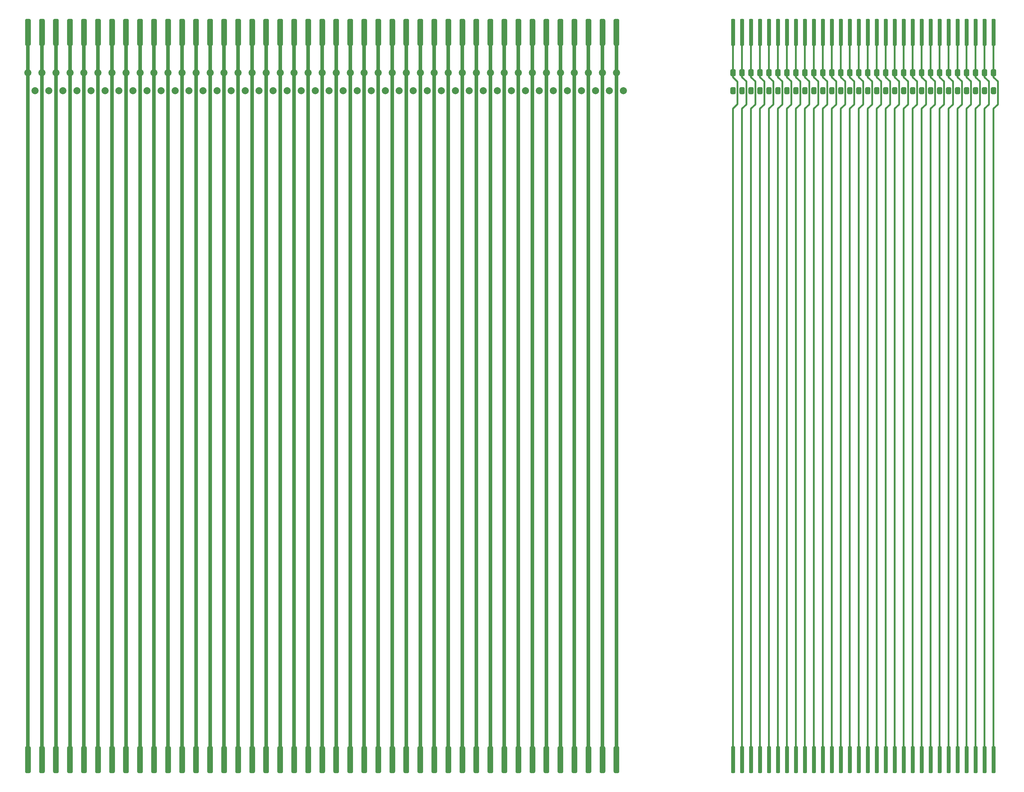
<source format=gbr>
%TF.GenerationSoftware,KiCad,Pcbnew,5.1.9+dfsg1-1~bpo10+1*%
%TF.CreationDate,2021-08-30T17:30:26+01:00*%
%TF.ProjectId,MBext,4d426578-742e-46b6-9963-61645f706362,0*%
%TF.SameCoordinates,Original*%
%TF.FileFunction,Copper,L1,Top*%
%TF.FilePolarity,Positive*%
%FSLAX46Y46*%
G04 Gerber Fmt 4.6, Leading zero omitted, Abs format (unit mm)*
G04 Created by KiCad (PCBNEW 5.1.9+dfsg1-1~bpo10+1) date 2021-08-30 17:30:26*
%MOMM*%
%LPD*%
G01*
G04 APERTURE LIST*
%TA.AperFunction,ComponentPad*%
%ADD10C,2.000000*%
%TD*%
%TA.AperFunction,Conductor*%
%ADD11C,1.000000*%
%TD*%
%TA.AperFunction,Conductor*%
%ADD12C,0.500000*%
%TD*%
G04 APERTURE END LIST*
%TO.P,J87,1*%
%TO.N,Net-(J1-Pad1)*%
%TA.AperFunction,ConnectorPad*%
G36*
G01*
X75399900Y-35159950D02*
X75399900Y-28340050D01*
G75*
G02*
X75799950Y-27940000I400050J0D01*
G01*
X76600050Y-27940000D01*
G75*
G02*
X77000100Y-28340050I0J-400050D01*
G01*
X77000100Y-35159950D01*
G75*
G02*
X76600050Y-35560000I-400050J0D01*
G01*
X75799950Y-35560000D01*
G75*
G02*
X75399900Y-35159950I0J400050D01*
G01*
G37*
%TD.AperFunction*%
%TD*%
%TO.P,J88,1*%
%TO.N,Net-(J2-Pad1)*%
%TA.AperFunction,ConnectorPad*%
G36*
G01*
X79362300Y-35159950D02*
X79362300Y-28340050D01*
G75*
G02*
X79762350Y-27940000I400050J0D01*
G01*
X80562450Y-27940000D01*
G75*
G02*
X80962500Y-28340050I0J-400050D01*
G01*
X80962500Y-35159950D01*
G75*
G02*
X80562450Y-35560000I-400050J0D01*
G01*
X79762350Y-35560000D01*
G75*
G02*
X79362300Y-35159950I0J400050D01*
G01*
G37*
%TD.AperFunction*%
%TD*%
%TO.P,J89,1*%
%TO.N,Net-(J3-Pad1)*%
%TA.AperFunction,ConnectorPad*%
G36*
G01*
X83324700Y-35159950D02*
X83324700Y-28340050D01*
G75*
G02*
X83724750Y-27940000I400050J0D01*
G01*
X84524850Y-27940000D01*
G75*
G02*
X84924900Y-28340050I0J-400050D01*
G01*
X84924900Y-35159950D01*
G75*
G02*
X84524850Y-35560000I-400050J0D01*
G01*
X83724750Y-35560000D01*
G75*
G02*
X83324700Y-35159950I0J400050D01*
G01*
G37*
%TD.AperFunction*%
%TD*%
%TO.P,J90,1*%
%TO.N,Net-(J4-Pad1)*%
%TA.AperFunction,ConnectorPad*%
G36*
G01*
X87287100Y-35159950D02*
X87287100Y-28340050D01*
G75*
G02*
X87687150Y-27940000I400050J0D01*
G01*
X88487250Y-27940000D01*
G75*
G02*
X88887300Y-28340050I0J-400050D01*
G01*
X88887300Y-35159950D01*
G75*
G02*
X88487250Y-35560000I-400050J0D01*
G01*
X87687150Y-35560000D01*
G75*
G02*
X87287100Y-35159950I0J400050D01*
G01*
G37*
%TD.AperFunction*%
%TD*%
%TO.P,J91,1*%
%TO.N,Net-(J5-Pad1)*%
%TA.AperFunction,ConnectorPad*%
G36*
G01*
X91249500Y-35159950D02*
X91249500Y-28340050D01*
G75*
G02*
X91649550Y-27940000I400050J0D01*
G01*
X92449650Y-27940000D01*
G75*
G02*
X92849700Y-28340050I0J-400050D01*
G01*
X92849700Y-35159950D01*
G75*
G02*
X92449650Y-35560000I-400050J0D01*
G01*
X91649550Y-35560000D01*
G75*
G02*
X91249500Y-35159950I0J400050D01*
G01*
G37*
%TD.AperFunction*%
%TD*%
%TO.P,J92,1*%
%TO.N,Net-(J6-Pad1)*%
%TA.AperFunction,ConnectorPad*%
G36*
G01*
X95211900Y-35159950D02*
X95211900Y-28340050D01*
G75*
G02*
X95611950Y-27940000I400050J0D01*
G01*
X96412050Y-27940000D01*
G75*
G02*
X96812100Y-28340050I0J-400050D01*
G01*
X96812100Y-35159950D01*
G75*
G02*
X96412050Y-35560000I-400050J0D01*
G01*
X95611950Y-35560000D01*
G75*
G02*
X95211900Y-35159950I0J400050D01*
G01*
G37*
%TD.AperFunction*%
%TD*%
%TO.P,J93,1*%
%TO.N,Net-(J7-Pad1)*%
%TA.AperFunction,ConnectorPad*%
G36*
G01*
X99174300Y-35159950D02*
X99174300Y-28340050D01*
G75*
G02*
X99574350Y-27940000I400050J0D01*
G01*
X100374450Y-27940000D01*
G75*
G02*
X100774500Y-28340050I0J-400050D01*
G01*
X100774500Y-35159950D01*
G75*
G02*
X100374450Y-35560000I-400050J0D01*
G01*
X99574350Y-35560000D01*
G75*
G02*
X99174300Y-35159950I0J400050D01*
G01*
G37*
%TD.AperFunction*%
%TD*%
%TO.P,J94,1*%
%TO.N,Net-(J8-Pad1)*%
%TA.AperFunction,ConnectorPad*%
G36*
G01*
X103136700Y-35159950D02*
X103136700Y-28340050D01*
G75*
G02*
X103536750Y-27940000I400050J0D01*
G01*
X104336850Y-27940000D01*
G75*
G02*
X104736900Y-28340050I0J-400050D01*
G01*
X104736900Y-35159950D01*
G75*
G02*
X104336850Y-35560000I-400050J0D01*
G01*
X103536750Y-35560000D01*
G75*
G02*
X103136700Y-35159950I0J400050D01*
G01*
G37*
%TD.AperFunction*%
%TD*%
%TO.P,J95,1*%
%TO.N,Net-(J9-Pad1)*%
%TA.AperFunction,ConnectorPad*%
G36*
G01*
X107099100Y-35159950D02*
X107099100Y-28340050D01*
G75*
G02*
X107499150Y-27940000I400050J0D01*
G01*
X108299250Y-27940000D01*
G75*
G02*
X108699300Y-28340050I0J-400050D01*
G01*
X108699300Y-35159950D01*
G75*
G02*
X108299250Y-35560000I-400050J0D01*
G01*
X107499150Y-35560000D01*
G75*
G02*
X107099100Y-35159950I0J400050D01*
G01*
G37*
%TD.AperFunction*%
%TD*%
%TO.P,J96,1*%
%TO.N,Net-(J10-Pad1)*%
%TA.AperFunction,ConnectorPad*%
G36*
G01*
X111061500Y-35159950D02*
X111061500Y-28340050D01*
G75*
G02*
X111461550Y-27940000I400050J0D01*
G01*
X112261650Y-27940000D01*
G75*
G02*
X112661700Y-28340050I0J-400050D01*
G01*
X112661700Y-35159950D01*
G75*
G02*
X112261650Y-35560000I-400050J0D01*
G01*
X111461550Y-35560000D01*
G75*
G02*
X111061500Y-35159950I0J400050D01*
G01*
G37*
%TD.AperFunction*%
%TD*%
%TO.P,J97,1*%
%TO.N,Net-(J11-Pad1)*%
%TA.AperFunction,ConnectorPad*%
G36*
G01*
X115023900Y-35159950D02*
X115023900Y-28340050D01*
G75*
G02*
X115423950Y-27940000I400050J0D01*
G01*
X116224050Y-27940000D01*
G75*
G02*
X116624100Y-28340050I0J-400050D01*
G01*
X116624100Y-35159950D01*
G75*
G02*
X116224050Y-35560000I-400050J0D01*
G01*
X115423950Y-35560000D01*
G75*
G02*
X115023900Y-35159950I0J400050D01*
G01*
G37*
%TD.AperFunction*%
%TD*%
%TO.P,J98,1*%
%TO.N,Net-(J12-Pad1)*%
%TA.AperFunction,ConnectorPad*%
G36*
G01*
X118986300Y-35159950D02*
X118986300Y-28340050D01*
G75*
G02*
X119386350Y-27940000I400050J0D01*
G01*
X120186450Y-27940000D01*
G75*
G02*
X120586500Y-28340050I0J-400050D01*
G01*
X120586500Y-35159950D01*
G75*
G02*
X120186450Y-35560000I-400050J0D01*
G01*
X119386350Y-35560000D01*
G75*
G02*
X118986300Y-35159950I0J400050D01*
G01*
G37*
%TD.AperFunction*%
%TD*%
%TO.P,J99,1*%
%TO.N,Net-(J13-Pad1)*%
%TA.AperFunction,ConnectorPad*%
G36*
G01*
X122948700Y-35159950D02*
X122948700Y-28340050D01*
G75*
G02*
X123348750Y-27940000I400050J0D01*
G01*
X124148850Y-27940000D01*
G75*
G02*
X124548900Y-28340050I0J-400050D01*
G01*
X124548900Y-35159950D01*
G75*
G02*
X124148850Y-35560000I-400050J0D01*
G01*
X123348750Y-35560000D01*
G75*
G02*
X122948700Y-35159950I0J400050D01*
G01*
G37*
%TD.AperFunction*%
%TD*%
%TO.P,J100,1*%
%TO.N,Net-(J100-Pad1)*%
%TA.AperFunction,ConnectorPad*%
G36*
G01*
X126911100Y-35159950D02*
X126911100Y-28340050D01*
G75*
G02*
X127311150Y-27940000I400050J0D01*
G01*
X128111250Y-27940000D01*
G75*
G02*
X128511300Y-28340050I0J-400050D01*
G01*
X128511300Y-35159950D01*
G75*
G02*
X128111250Y-35560000I-400050J0D01*
G01*
X127311150Y-35560000D01*
G75*
G02*
X126911100Y-35159950I0J400050D01*
G01*
G37*
%TD.AperFunction*%
%TD*%
%TO.P,J101,1*%
%TO.N,Net-(J101-Pad1)*%
%TA.AperFunction,ConnectorPad*%
G36*
G01*
X130873500Y-35159950D02*
X130873500Y-28340050D01*
G75*
G02*
X131273550Y-27940000I400050J0D01*
G01*
X132073650Y-27940000D01*
G75*
G02*
X132473700Y-28340050I0J-400050D01*
G01*
X132473700Y-35159950D01*
G75*
G02*
X132073650Y-35560000I-400050J0D01*
G01*
X131273550Y-35560000D01*
G75*
G02*
X130873500Y-35159950I0J400050D01*
G01*
G37*
%TD.AperFunction*%
%TD*%
%TO.P,J102,1*%
%TO.N,Net-(J102-Pad1)*%
%TA.AperFunction,ConnectorPad*%
G36*
G01*
X134835900Y-35159950D02*
X134835900Y-28340050D01*
G75*
G02*
X135235950Y-27940000I400050J0D01*
G01*
X136036050Y-27940000D01*
G75*
G02*
X136436100Y-28340050I0J-400050D01*
G01*
X136436100Y-35159950D01*
G75*
G02*
X136036050Y-35560000I-400050J0D01*
G01*
X135235950Y-35560000D01*
G75*
G02*
X134835900Y-35159950I0J400050D01*
G01*
G37*
%TD.AperFunction*%
%TD*%
%TO.P,J103,1*%
%TO.N,Net-(J103-Pad1)*%
%TA.AperFunction,ConnectorPad*%
G36*
G01*
X138798300Y-35159950D02*
X138798300Y-28340050D01*
G75*
G02*
X139198350Y-27940000I400050J0D01*
G01*
X139998450Y-27940000D01*
G75*
G02*
X140398500Y-28340050I0J-400050D01*
G01*
X140398500Y-35159950D01*
G75*
G02*
X139998450Y-35560000I-400050J0D01*
G01*
X139198350Y-35560000D01*
G75*
G02*
X138798300Y-35159950I0J400050D01*
G01*
G37*
%TD.AperFunction*%
%TD*%
%TO.P,J104,1*%
%TO.N,Net-(J104-Pad1)*%
%TA.AperFunction,ConnectorPad*%
G36*
G01*
X142760700Y-35159950D02*
X142760700Y-28340050D01*
G75*
G02*
X143160750Y-27940000I400050J0D01*
G01*
X143960850Y-27940000D01*
G75*
G02*
X144360900Y-28340050I0J-400050D01*
G01*
X144360900Y-35159950D01*
G75*
G02*
X143960850Y-35560000I-400050J0D01*
G01*
X143160750Y-35560000D01*
G75*
G02*
X142760700Y-35159950I0J400050D01*
G01*
G37*
%TD.AperFunction*%
%TD*%
%TO.P,J105,1*%
%TO.N,Net-(J105-Pad1)*%
%TA.AperFunction,ConnectorPad*%
G36*
G01*
X146723100Y-35159950D02*
X146723100Y-28340050D01*
G75*
G02*
X147123150Y-27940000I400050J0D01*
G01*
X147923250Y-27940000D01*
G75*
G02*
X148323300Y-28340050I0J-400050D01*
G01*
X148323300Y-35159950D01*
G75*
G02*
X147923250Y-35560000I-400050J0D01*
G01*
X147123150Y-35560000D01*
G75*
G02*
X146723100Y-35159950I0J400050D01*
G01*
G37*
%TD.AperFunction*%
%TD*%
%TO.P,J106,1*%
%TO.N,Net-(J106-Pad1)*%
%TA.AperFunction,ConnectorPad*%
G36*
G01*
X150685500Y-35159950D02*
X150685500Y-28340050D01*
G75*
G02*
X151085550Y-27940000I400050J0D01*
G01*
X151885650Y-27940000D01*
G75*
G02*
X152285700Y-28340050I0J-400050D01*
G01*
X152285700Y-35159950D01*
G75*
G02*
X151885650Y-35560000I-400050J0D01*
G01*
X151085550Y-35560000D01*
G75*
G02*
X150685500Y-35159950I0J400050D01*
G01*
G37*
%TD.AperFunction*%
%TD*%
%TO.P,J107,1*%
%TO.N,Net-(J107-Pad1)*%
%TA.AperFunction,ConnectorPad*%
G36*
G01*
X154647900Y-35159950D02*
X154647900Y-28340050D01*
G75*
G02*
X155047950Y-27940000I400050J0D01*
G01*
X155848050Y-27940000D01*
G75*
G02*
X156248100Y-28340050I0J-400050D01*
G01*
X156248100Y-35159950D01*
G75*
G02*
X155848050Y-35560000I-400050J0D01*
G01*
X155047950Y-35560000D01*
G75*
G02*
X154647900Y-35159950I0J400050D01*
G01*
G37*
%TD.AperFunction*%
%TD*%
%TO.P,J108,1*%
%TO.N,Net-(J108-Pad1)*%
%TA.AperFunction,ConnectorPad*%
G36*
G01*
X158610300Y-35159950D02*
X158610300Y-28340050D01*
G75*
G02*
X159010350Y-27940000I400050J0D01*
G01*
X159810450Y-27940000D01*
G75*
G02*
X160210500Y-28340050I0J-400050D01*
G01*
X160210500Y-35159950D01*
G75*
G02*
X159810450Y-35560000I-400050J0D01*
G01*
X159010350Y-35560000D01*
G75*
G02*
X158610300Y-35159950I0J400050D01*
G01*
G37*
%TD.AperFunction*%
%TD*%
%TO.P,J109,1*%
%TO.N,Net-(J109-Pad1)*%
%TA.AperFunction,ConnectorPad*%
G36*
G01*
X162572700Y-35159950D02*
X162572700Y-28340050D01*
G75*
G02*
X162972750Y-27940000I400050J0D01*
G01*
X163772850Y-27940000D01*
G75*
G02*
X164172900Y-28340050I0J-400050D01*
G01*
X164172900Y-35159950D01*
G75*
G02*
X163772850Y-35560000I-400050J0D01*
G01*
X162972750Y-35560000D01*
G75*
G02*
X162572700Y-35159950I0J400050D01*
G01*
G37*
%TD.AperFunction*%
%TD*%
%TO.P,J110,1*%
%TO.N,Net-(J110-Pad1)*%
%TA.AperFunction,ConnectorPad*%
G36*
G01*
X166535100Y-35159950D02*
X166535100Y-28340050D01*
G75*
G02*
X166935150Y-27940000I400050J0D01*
G01*
X167735250Y-27940000D01*
G75*
G02*
X168135300Y-28340050I0J-400050D01*
G01*
X168135300Y-35159950D01*
G75*
G02*
X167735250Y-35560000I-400050J0D01*
G01*
X166935150Y-35560000D01*
G75*
G02*
X166535100Y-35159950I0J400050D01*
G01*
G37*
%TD.AperFunction*%
%TD*%
%TO.P,J111,1*%
%TO.N,Net-(J111-Pad1)*%
%TA.AperFunction,ConnectorPad*%
G36*
G01*
X170497500Y-35159950D02*
X170497500Y-28340050D01*
G75*
G02*
X170897550Y-27940000I400050J0D01*
G01*
X171697650Y-27940000D01*
G75*
G02*
X172097700Y-28340050I0J-400050D01*
G01*
X172097700Y-35159950D01*
G75*
G02*
X171697650Y-35560000I-400050J0D01*
G01*
X170897550Y-35560000D01*
G75*
G02*
X170497500Y-35159950I0J400050D01*
G01*
G37*
%TD.AperFunction*%
%TD*%
%TO.P,J112,1*%
%TO.N,Net-(J112-Pad1)*%
%TA.AperFunction,ConnectorPad*%
G36*
G01*
X174459900Y-35159950D02*
X174459900Y-28340050D01*
G75*
G02*
X174859950Y-27940000I400050J0D01*
G01*
X175660050Y-27940000D01*
G75*
G02*
X176060100Y-28340050I0J-400050D01*
G01*
X176060100Y-35159950D01*
G75*
G02*
X175660050Y-35560000I-400050J0D01*
G01*
X174859950Y-35560000D01*
G75*
G02*
X174459900Y-35159950I0J400050D01*
G01*
G37*
%TD.AperFunction*%
%TD*%
%TO.P,J113,1*%
%TO.N,Net-(J113-Pad1)*%
%TA.AperFunction,ConnectorPad*%
G36*
G01*
X178422300Y-35159950D02*
X178422300Y-28340050D01*
G75*
G02*
X178822350Y-27940000I400050J0D01*
G01*
X179622450Y-27940000D01*
G75*
G02*
X180022500Y-28340050I0J-400050D01*
G01*
X180022500Y-35159950D01*
G75*
G02*
X179622450Y-35560000I-400050J0D01*
G01*
X178822350Y-35560000D01*
G75*
G02*
X178422300Y-35159950I0J400050D01*
G01*
G37*
%TD.AperFunction*%
%TD*%
%TO.P,J114,1*%
%TO.N,Net-(J114-Pad1)*%
%TA.AperFunction,ConnectorPad*%
G36*
G01*
X182384700Y-35159950D02*
X182384700Y-28340050D01*
G75*
G02*
X182784750Y-27940000I400050J0D01*
G01*
X183584850Y-27940000D01*
G75*
G02*
X183984900Y-28340050I0J-400050D01*
G01*
X183984900Y-35159950D01*
G75*
G02*
X183584850Y-35560000I-400050J0D01*
G01*
X182784750Y-35560000D01*
G75*
G02*
X182384700Y-35159950I0J400050D01*
G01*
G37*
%TD.AperFunction*%
%TD*%
%TO.P,J115,1*%
%TO.N,Net-(J115-Pad1)*%
%TA.AperFunction,ConnectorPad*%
G36*
G01*
X186347100Y-35159950D02*
X186347100Y-28340050D01*
G75*
G02*
X186747150Y-27940000I400050J0D01*
G01*
X187547250Y-27940000D01*
G75*
G02*
X187947300Y-28340050I0J-400050D01*
G01*
X187947300Y-35159950D01*
G75*
G02*
X187547250Y-35560000I-400050J0D01*
G01*
X186747150Y-35560000D01*
G75*
G02*
X186347100Y-35159950I0J400050D01*
G01*
G37*
%TD.AperFunction*%
%TD*%
%TO.P,J116,1*%
%TO.N,Net-(J116-Pad1)*%
%TA.AperFunction,ConnectorPad*%
G36*
G01*
X190309500Y-35159950D02*
X190309500Y-28340050D01*
G75*
G02*
X190709550Y-27940000I400050J0D01*
G01*
X191509650Y-27940000D01*
G75*
G02*
X191909700Y-28340050I0J-400050D01*
G01*
X191909700Y-35159950D01*
G75*
G02*
X191509650Y-35560000I-400050J0D01*
G01*
X190709550Y-35560000D01*
G75*
G02*
X190309500Y-35159950I0J400050D01*
G01*
G37*
%TD.AperFunction*%
%TD*%
%TO.P,J117,1*%
%TO.N,Net-(J117-Pad1)*%
%TA.AperFunction,ConnectorPad*%
G36*
G01*
X194271900Y-35159950D02*
X194271900Y-28340050D01*
G75*
G02*
X194671950Y-27940000I400050J0D01*
G01*
X195472050Y-27940000D01*
G75*
G02*
X195872100Y-28340050I0J-400050D01*
G01*
X195872100Y-35159950D01*
G75*
G02*
X195472050Y-35560000I-400050J0D01*
G01*
X194671950Y-35560000D01*
G75*
G02*
X194271900Y-35159950I0J400050D01*
G01*
G37*
%TD.AperFunction*%
%TD*%
%TO.P,J118,1*%
%TO.N,Net-(J118-Pad1)*%
%TA.AperFunction,ConnectorPad*%
G36*
G01*
X198234300Y-35159950D02*
X198234300Y-28340050D01*
G75*
G02*
X198634350Y-27940000I400050J0D01*
G01*
X199434450Y-27940000D01*
G75*
G02*
X199834500Y-28340050I0J-400050D01*
G01*
X199834500Y-35159950D01*
G75*
G02*
X199434450Y-35560000I-400050J0D01*
G01*
X198634350Y-35560000D01*
G75*
G02*
X198234300Y-35159950I0J400050D01*
G01*
G37*
%TD.AperFunction*%
%TD*%
%TO.P,J119,1*%
%TO.N,Net-(J119-Pad1)*%
%TA.AperFunction,ConnectorPad*%
G36*
G01*
X202196700Y-35159950D02*
X202196700Y-28340050D01*
G75*
G02*
X202596750Y-27940000I400050J0D01*
G01*
X203396850Y-27940000D01*
G75*
G02*
X203796900Y-28340050I0J-400050D01*
G01*
X203796900Y-35159950D01*
G75*
G02*
X203396850Y-35560000I-400050J0D01*
G01*
X202596750Y-35560000D01*
G75*
G02*
X202196700Y-35159950I0J400050D01*
G01*
G37*
%TD.AperFunction*%
%TD*%
%TO.P,J120,1*%
%TO.N,Net-(J120-Pad1)*%
%TA.AperFunction,ConnectorPad*%
G36*
G01*
X206159100Y-35159950D02*
X206159100Y-28340050D01*
G75*
G02*
X206559150Y-27940000I400050J0D01*
G01*
X207359250Y-27940000D01*
G75*
G02*
X207759300Y-28340050I0J-400050D01*
G01*
X207759300Y-35159950D01*
G75*
G02*
X207359250Y-35560000I-400050J0D01*
G01*
X206559150Y-35560000D01*
G75*
G02*
X206159100Y-35159950I0J400050D01*
G01*
G37*
%TD.AperFunction*%
%TD*%
%TO.P,J121,1*%
%TO.N,Net-(J121-Pad1)*%
%TA.AperFunction,ConnectorPad*%
G36*
G01*
X210121500Y-35159950D02*
X210121500Y-28340050D01*
G75*
G02*
X210521550Y-27940000I400050J0D01*
G01*
X211321650Y-27940000D01*
G75*
G02*
X211721700Y-28340050I0J-400050D01*
G01*
X211721700Y-35159950D01*
G75*
G02*
X211321650Y-35560000I-400050J0D01*
G01*
X210521550Y-35560000D01*
G75*
G02*
X210121500Y-35159950I0J400050D01*
G01*
G37*
%TD.AperFunction*%
%TD*%
%TO.P,J122,1*%
%TO.N,Net-(J122-Pad1)*%
%TA.AperFunction,ConnectorPad*%
G36*
G01*
X214083900Y-35159950D02*
X214083900Y-28340050D01*
G75*
G02*
X214483950Y-27940000I400050J0D01*
G01*
X215284050Y-27940000D01*
G75*
G02*
X215684100Y-28340050I0J-400050D01*
G01*
X215684100Y-35159950D01*
G75*
G02*
X215284050Y-35560000I-400050J0D01*
G01*
X214483950Y-35560000D01*
G75*
G02*
X214083900Y-35159950I0J400050D01*
G01*
G37*
%TD.AperFunction*%
%TD*%
%TO.P,J123,1*%
%TO.N,Net-(J123-Pad1)*%
%TA.AperFunction,ConnectorPad*%
G36*
G01*
X218046300Y-35159950D02*
X218046300Y-28340050D01*
G75*
G02*
X218446350Y-27940000I400050J0D01*
G01*
X219246450Y-27940000D01*
G75*
G02*
X219646500Y-28340050I0J-400050D01*
G01*
X219646500Y-35159950D01*
G75*
G02*
X219246450Y-35560000I-400050J0D01*
G01*
X218446350Y-35560000D01*
G75*
G02*
X218046300Y-35159950I0J400050D01*
G01*
G37*
%TD.AperFunction*%
%TD*%
%TO.P,J124,1*%
%TO.N,Net-(J124-Pad1)*%
%TA.AperFunction,ConnectorPad*%
G36*
G01*
X222008700Y-35159950D02*
X222008700Y-28340050D01*
G75*
G02*
X222408750Y-27940000I400050J0D01*
G01*
X223208850Y-27940000D01*
G75*
G02*
X223608900Y-28340050I0J-400050D01*
G01*
X223608900Y-35159950D01*
G75*
G02*
X223208850Y-35560000I-400050J0D01*
G01*
X222408750Y-35560000D01*
G75*
G02*
X222008700Y-35159950I0J400050D01*
G01*
G37*
%TD.AperFunction*%
%TD*%
%TO.P,J125,1*%
%TO.N,Net-(J125-Pad1)*%
%TA.AperFunction,ConnectorPad*%
G36*
G01*
X225971100Y-35159950D02*
X225971100Y-28340050D01*
G75*
G02*
X226371150Y-27940000I400050J0D01*
G01*
X227171250Y-27940000D01*
G75*
G02*
X227571300Y-28340050I0J-400050D01*
G01*
X227571300Y-35159950D01*
G75*
G02*
X227171250Y-35560000I-400050J0D01*
G01*
X226371150Y-35560000D01*
G75*
G02*
X225971100Y-35159950I0J400050D01*
G01*
G37*
%TD.AperFunction*%
%TD*%
%TO.P,J126,1*%
%TO.N,Net-(J126-Pad1)*%
%TA.AperFunction,ConnectorPad*%
G36*
G01*
X229933500Y-35159950D02*
X229933500Y-28340050D01*
G75*
G02*
X230333550Y-27940000I400050J0D01*
G01*
X231133650Y-27940000D01*
G75*
G02*
X231533700Y-28340050I0J-400050D01*
G01*
X231533700Y-35159950D01*
G75*
G02*
X231133650Y-35560000I-400050J0D01*
G01*
X230333550Y-35560000D01*
G75*
G02*
X229933500Y-35159950I0J400050D01*
G01*
G37*
%TD.AperFunction*%
%TD*%
%TO.P,J127,1*%
%TO.N,Net-(J127-Pad1)*%
%TA.AperFunction,ConnectorPad*%
G36*
G01*
X233895900Y-35159950D02*
X233895900Y-28340050D01*
G75*
G02*
X234295950Y-27940000I400050J0D01*
G01*
X235096050Y-27940000D01*
G75*
G02*
X235496100Y-28340050I0J-400050D01*
G01*
X235496100Y-35159950D01*
G75*
G02*
X235096050Y-35560000I-400050J0D01*
G01*
X234295950Y-35560000D01*
G75*
G02*
X233895900Y-35159950I0J400050D01*
G01*
G37*
%TD.AperFunction*%
%TD*%
%TO.P,J128,1*%
%TO.N,Net-(J128-Pad1)*%
%TA.AperFunction,ConnectorPad*%
G36*
G01*
X237858300Y-35159950D02*
X237858300Y-28340050D01*
G75*
G02*
X238258350Y-27940000I400050J0D01*
G01*
X239058450Y-27940000D01*
G75*
G02*
X239458500Y-28340050I0J-400050D01*
G01*
X239458500Y-35159950D01*
G75*
G02*
X239058450Y-35560000I-400050J0D01*
G01*
X238258350Y-35560000D01*
G75*
G02*
X237858300Y-35159950I0J400050D01*
G01*
G37*
%TD.AperFunction*%
%TD*%
%TO.P,J129,1*%
%TO.N,Net-(J129-Pad1)*%
%TA.AperFunction,ConnectorPad*%
G36*
G01*
X241820700Y-35159950D02*
X241820700Y-28340050D01*
G75*
G02*
X242220750Y-27940000I400050J0D01*
G01*
X243020850Y-27940000D01*
G75*
G02*
X243420900Y-28340050I0J-400050D01*
G01*
X243420900Y-35159950D01*
G75*
G02*
X243020850Y-35560000I-400050J0D01*
G01*
X242220750Y-35560000D01*
G75*
G02*
X241820700Y-35159950I0J400050D01*
G01*
G37*
%TD.AperFunction*%
%TD*%
%TO.P,P2_1,1*%
%TO.N,Net-(J173-Pad1)*%
%TA.AperFunction,ConnectorPad*%
G36*
G01*
X275018500Y-35274250D02*
X275018500Y-28225750D01*
G75*
G02*
X275304250Y-27940000I285750J0D01*
G01*
X275875750Y-27940000D01*
G75*
G02*
X276161500Y-28225750I0J-285750D01*
G01*
X276161500Y-35274250D01*
G75*
G02*
X275875750Y-35560000I-285750J0D01*
G01*
X275304250Y-35560000D01*
G75*
G02*
X275018500Y-35274250I0J285750D01*
G01*
G37*
%TD.AperFunction*%
%TD*%
%TO.P,J235,1*%
%TO.N,Net-(J174-Pad1)*%
%TA.AperFunction,ConnectorPad*%
G36*
G01*
X277558500Y-35274250D02*
X277558500Y-28225750D01*
G75*
G02*
X277844250Y-27940000I285750J0D01*
G01*
X278415750Y-27940000D01*
G75*
G02*
X278701500Y-28225750I0J-285750D01*
G01*
X278701500Y-35274250D01*
G75*
G02*
X278415750Y-35560000I-285750J0D01*
G01*
X277844250Y-35560000D01*
G75*
G02*
X277558500Y-35274250I0J285750D01*
G01*
G37*
%TD.AperFunction*%
%TD*%
%TO.P,J236,1*%
%TO.N,Net-(J175-Pad1)*%
%TA.AperFunction,ConnectorPad*%
G36*
G01*
X280098500Y-35274250D02*
X280098500Y-28225750D01*
G75*
G02*
X280384250Y-27940000I285750J0D01*
G01*
X280955750Y-27940000D01*
G75*
G02*
X281241500Y-28225750I0J-285750D01*
G01*
X281241500Y-35274250D01*
G75*
G02*
X280955750Y-35560000I-285750J0D01*
G01*
X280384250Y-35560000D01*
G75*
G02*
X280098500Y-35274250I0J285750D01*
G01*
G37*
%TD.AperFunction*%
%TD*%
%TO.P,J237,1*%
%TO.N,Net-(J176-Pad1)*%
%TA.AperFunction,ConnectorPad*%
G36*
G01*
X282638500Y-35274250D02*
X282638500Y-28225750D01*
G75*
G02*
X282924250Y-27940000I285750J0D01*
G01*
X283495750Y-27940000D01*
G75*
G02*
X283781500Y-28225750I0J-285750D01*
G01*
X283781500Y-35274250D01*
G75*
G02*
X283495750Y-35560000I-285750J0D01*
G01*
X282924250Y-35560000D01*
G75*
G02*
X282638500Y-35274250I0J285750D01*
G01*
G37*
%TD.AperFunction*%
%TD*%
%TO.P,J238,1*%
%TO.N,Net-(J177-Pad1)*%
%TA.AperFunction,ConnectorPad*%
G36*
G01*
X285178500Y-35274250D02*
X285178500Y-28225750D01*
G75*
G02*
X285464250Y-27940000I285750J0D01*
G01*
X286035750Y-27940000D01*
G75*
G02*
X286321500Y-28225750I0J-285750D01*
G01*
X286321500Y-35274250D01*
G75*
G02*
X286035750Y-35560000I-285750J0D01*
G01*
X285464250Y-35560000D01*
G75*
G02*
X285178500Y-35274250I0J285750D01*
G01*
G37*
%TD.AperFunction*%
%TD*%
%TO.P,J239,1*%
%TO.N,Net-(J178-Pad1)*%
%TA.AperFunction,ConnectorPad*%
G36*
G01*
X287718500Y-35274250D02*
X287718500Y-28225750D01*
G75*
G02*
X288004250Y-27940000I285750J0D01*
G01*
X288575750Y-27940000D01*
G75*
G02*
X288861500Y-28225750I0J-285750D01*
G01*
X288861500Y-35274250D01*
G75*
G02*
X288575750Y-35560000I-285750J0D01*
G01*
X288004250Y-35560000D01*
G75*
G02*
X287718500Y-35274250I0J285750D01*
G01*
G37*
%TD.AperFunction*%
%TD*%
%TO.P,J240,1*%
%TO.N,Net-(J179-Pad1)*%
%TA.AperFunction,ConnectorPad*%
G36*
G01*
X290258500Y-35274250D02*
X290258500Y-28225750D01*
G75*
G02*
X290544250Y-27940000I285750J0D01*
G01*
X291115750Y-27940000D01*
G75*
G02*
X291401500Y-28225750I0J-285750D01*
G01*
X291401500Y-35274250D01*
G75*
G02*
X291115750Y-35560000I-285750J0D01*
G01*
X290544250Y-35560000D01*
G75*
G02*
X290258500Y-35274250I0J285750D01*
G01*
G37*
%TD.AperFunction*%
%TD*%
%TO.P,J241,1*%
%TO.N,Net-(J180-Pad1)*%
%TA.AperFunction,ConnectorPad*%
G36*
G01*
X292798500Y-35274250D02*
X292798500Y-28225750D01*
G75*
G02*
X293084250Y-27940000I285750J0D01*
G01*
X293655750Y-27940000D01*
G75*
G02*
X293941500Y-28225750I0J-285750D01*
G01*
X293941500Y-35274250D01*
G75*
G02*
X293655750Y-35560000I-285750J0D01*
G01*
X293084250Y-35560000D01*
G75*
G02*
X292798500Y-35274250I0J285750D01*
G01*
G37*
%TD.AperFunction*%
%TD*%
%TO.P,J242,1*%
%TO.N,Net-(J181-Pad1)*%
%TA.AperFunction,ConnectorPad*%
G36*
G01*
X295338500Y-35274250D02*
X295338500Y-28225750D01*
G75*
G02*
X295624250Y-27940000I285750J0D01*
G01*
X296195750Y-27940000D01*
G75*
G02*
X296481500Y-28225750I0J-285750D01*
G01*
X296481500Y-35274250D01*
G75*
G02*
X296195750Y-35560000I-285750J0D01*
G01*
X295624250Y-35560000D01*
G75*
G02*
X295338500Y-35274250I0J285750D01*
G01*
G37*
%TD.AperFunction*%
%TD*%
%TO.P,J243,1*%
%TO.N,Net-(J182-Pad1)*%
%TA.AperFunction,ConnectorPad*%
G36*
G01*
X297878500Y-35274250D02*
X297878500Y-28225750D01*
G75*
G02*
X298164250Y-27940000I285750J0D01*
G01*
X298735750Y-27940000D01*
G75*
G02*
X299021500Y-28225750I0J-285750D01*
G01*
X299021500Y-35274250D01*
G75*
G02*
X298735750Y-35560000I-285750J0D01*
G01*
X298164250Y-35560000D01*
G75*
G02*
X297878500Y-35274250I0J285750D01*
G01*
G37*
%TD.AperFunction*%
%TD*%
%TO.P,J244,1*%
%TO.N,Net-(J183-Pad1)*%
%TA.AperFunction,ConnectorPad*%
G36*
G01*
X300418500Y-35274250D02*
X300418500Y-28225750D01*
G75*
G02*
X300704250Y-27940000I285750J0D01*
G01*
X301275750Y-27940000D01*
G75*
G02*
X301561500Y-28225750I0J-285750D01*
G01*
X301561500Y-35274250D01*
G75*
G02*
X301275750Y-35560000I-285750J0D01*
G01*
X300704250Y-35560000D01*
G75*
G02*
X300418500Y-35274250I0J285750D01*
G01*
G37*
%TD.AperFunction*%
%TD*%
%TO.P,J245,1*%
%TO.N,Net-(J184-Pad1)*%
%TA.AperFunction,ConnectorPad*%
G36*
G01*
X302958500Y-35274250D02*
X302958500Y-28225750D01*
G75*
G02*
X303244250Y-27940000I285750J0D01*
G01*
X303815750Y-27940000D01*
G75*
G02*
X304101500Y-28225750I0J-285750D01*
G01*
X304101500Y-35274250D01*
G75*
G02*
X303815750Y-35560000I-285750J0D01*
G01*
X303244250Y-35560000D01*
G75*
G02*
X302958500Y-35274250I0J285750D01*
G01*
G37*
%TD.AperFunction*%
%TD*%
%TO.P,J246,1*%
%TO.N,Net-(J185-Pad1)*%
%TA.AperFunction,ConnectorPad*%
G36*
G01*
X305498500Y-35274250D02*
X305498500Y-28225750D01*
G75*
G02*
X305784250Y-27940000I285750J0D01*
G01*
X306355750Y-27940000D01*
G75*
G02*
X306641500Y-28225750I0J-285750D01*
G01*
X306641500Y-35274250D01*
G75*
G02*
X306355750Y-35560000I-285750J0D01*
G01*
X305784250Y-35560000D01*
G75*
G02*
X305498500Y-35274250I0J285750D01*
G01*
G37*
%TD.AperFunction*%
%TD*%
%TO.P,J247,1*%
%TO.N,Net-(J186-Pad1)*%
%TA.AperFunction,ConnectorPad*%
G36*
G01*
X308038500Y-35274250D02*
X308038500Y-28225750D01*
G75*
G02*
X308324250Y-27940000I285750J0D01*
G01*
X308895750Y-27940000D01*
G75*
G02*
X309181500Y-28225750I0J-285750D01*
G01*
X309181500Y-35274250D01*
G75*
G02*
X308895750Y-35560000I-285750J0D01*
G01*
X308324250Y-35560000D01*
G75*
G02*
X308038500Y-35274250I0J285750D01*
G01*
G37*
%TD.AperFunction*%
%TD*%
%TO.P,J248,1*%
%TO.N,Net-(J187-Pad1)*%
%TA.AperFunction,ConnectorPad*%
G36*
G01*
X310578500Y-35274250D02*
X310578500Y-28225750D01*
G75*
G02*
X310864250Y-27940000I285750J0D01*
G01*
X311435750Y-27940000D01*
G75*
G02*
X311721500Y-28225750I0J-285750D01*
G01*
X311721500Y-35274250D01*
G75*
G02*
X311435750Y-35560000I-285750J0D01*
G01*
X310864250Y-35560000D01*
G75*
G02*
X310578500Y-35274250I0J285750D01*
G01*
G37*
%TD.AperFunction*%
%TD*%
%TO.P,J249,1*%
%TO.N,Net-(J188-Pad1)*%
%TA.AperFunction,ConnectorPad*%
G36*
G01*
X313118500Y-35274250D02*
X313118500Y-28225750D01*
G75*
G02*
X313404250Y-27940000I285750J0D01*
G01*
X313975750Y-27940000D01*
G75*
G02*
X314261500Y-28225750I0J-285750D01*
G01*
X314261500Y-35274250D01*
G75*
G02*
X313975750Y-35560000I-285750J0D01*
G01*
X313404250Y-35560000D01*
G75*
G02*
X313118500Y-35274250I0J285750D01*
G01*
G37*
%TD.AperFunction*%
%TD*%
%TO.P,J250,1*%
%TO.N,Net-(J189-Pad1)*%
%TA.AperFunction,ConnectorPad*%
G36*
G01*
X315658500Y-35274250D02*
X315658500Y-28225750D01*
G75*
G02*
X315944250Y-27940000I285750J0D01*
G01*
X316515750Y-27940000D01*
G75*
G02*
X316801500Y-28225750I0J-285750D01*
G01*
X316801500Y-35274250D01*
G75*
G02*
X316515750Y-35560000I-285750J0D01*
G01*
X315944250Y-35560000D01*
G75*
G02*
X315658500Y-35274250I0J285750D01*
G01*
G37*
%TD.AperFunction*%
%TD*%
%TO.P,J251,1*%
%TO.N,Net-(J190-Pad1)*%
%TA.AperFunction,ConnectorPad*%
G36*
G01*
X318198500Y-35274250D02*
X318198500Y-28225750D01*
G75*
G02*
X318484250Y-27940000I285750J0D01*
G01*
X319055750Y-27940000D01*
G75*
G02*
X319341500Y-28225750I0J-285750D01*
G01*
X319341500Y-35274250D01*
G75*
G02*
X319055750Y-35560000I-285750J0D01*
G01*
X318484250Y-35560000D01*
G75*
G02*
X318198500Y-35274250I0J285750D01*
G01*
G37*
%TD.AperFunction*%
%TD*%
%TO.P,J252,1*%
%TO.N,Net-(J191-Pad1)*%
%TA.AperFunction,ConnectorPad*%
G36*
G01*
X320738500Y-35274250D02*
X320738500Y-28225750D01*
G75*
G02*
X321024250Y-27940000I285750J0D01*
G01*
X321595750Y-27940000D01*
G75*
G02*
X321881500Y-28225750I0J-285750D01*
G01*
X321881500Y-35274250D01*
G75*
G02*
X321595750Y-35560000I-285750J0D01*
G01*
X321024250Y-35560000D01*
G75*
G02*
X320738500Y-35274250I0J285750D01*
G01*
G37*
%TD.AperFunction*%
%TD*%
%TO.P,J253,1*%
%TO.N,Net-(J192-Pad1)*%
%TA.AperFunction,ConnectorPad*%
G36*
G01*
X323278500Y-35274250D02*
X323278500Y-28225750D01*
G75*
G02*
X323564250Y-27940000I285750J0D01*
G01*
X324135750Y-27940000D01*
G75*
G02*
X324421500Y-28225750I0J-285750D01*
G01*
X324421500Y-35274250D01*
G75*
G02*
X324135750Y-35560000I-285750J0D01*
G01*
X323564250Y-35560000D01*
G75*
G02*
X323278500Y-35274250I0J285750D01*
G01*
G37*
%TD.AperFunction*%
%TD*%
%TO.P,J254,1*%
%TO.N,Net-(J193-Pad1)*%
%TA.AperFunction,ConnectorPad*%
G36*
G01*
X325818500Y-35274250D02*
X325818500Y-28225750D01*
G75*
G02*
X326104250Y-27940000I285750J0D01*
G01*
X326675750Y-27940000D01*
G75*
G02*
X326961500Y-28225750I0J-285750D01*
G01*
X326961500Y-35274250D01*
G75*
G02*
X326675750Y-35560000I-285750J0D01*
G01*
X326104250Y-35560000D01*
G75*
G02*
X325818500Y-35274250I0J285750D01*
G01*
G37*
%TD.AperFunction*%
%TD*%
%TO.P,J255,1*%
%TO.N,Net-(J194-Pad1)*%
%TA.AperFunction,ConnectorPad*%
G36*
G01*
X328358500Y-35274250D02*
X328358500Y-28225750D01*
G75*
G02*
X328644250Y-27940000I285750J0D01*
G01*
X329215750Y-27940000D01*
G75*
G02*
X329501500Y-28225750I0J-285750D01*
G01*
X329501500Y-35274250D01*
G75*
G02*
X329215750Y-35560000I-285750J0D01*
G01*
X328644250Y-35560000D01*
G75*
G02*
X328358500Y-35274250I0J285750D01*
G01*
G37*
%TD.AperFunction*%
%TD*%
%TO.P,J256,1*%
%TO.N,Net-(J195-Pad1)*%
%TA.AperFunction,ConnectorPad*%
G36*
G01*
X330898500Y-35274250D02*
X330898500Y-28225750D01*
G75*
G02*
X331184250Y-27940000I285750J0D01*
G01*
X331755750Y-27940000D01*
G75*
G02*
X332041500Y-28225750I0J-285750D01*
G01*
X332041500Y-35274250D01*
G75*
G02*
X331755750Y-35560000I-285750J0D01*
G01*
X331184250Y-35560000D01*
G75*
G02*
X330898500Y-35274250I0J285750D01*
G01*
G37*
%TD.AperFunction*%
%TD*%
%TO.P,J257,1*%
%TO.N,Net-(J196-Pad1)*%
%TA.AperFunction,ConnectorPad*%
G36*
G01*
X333438500Y-35274250D02*
X333438500Y-28225750D01*
G75*
G02*
X333724250Y-27940000I285750J0D01*
G01*
X334295750Y-27940000D01*
G75*
G02*
X334581500Y-28225750I0J-285750D01*
G01*
X334581500Y-35274250D01*
G75*
G02*
X334295750Y-35560000I-285750J0D01*
G01*
X333724250Y-35560000D01*
G75*
G02*
X333438500Y-35274250I0J285750D01*
G01*
G37*
%TD.AperFunction*%
%TD*%
%TO.P,J258,1*%
%TO.N,Net-(J197-Pad1)*%
%TA.AperFunction,ConnectorPad*%
G36*
G01*
X335978500Y-35274250D02*
X335978500Y-28225750D01*
G75*
G02*
X336264250Y-27940000I285750J0D01*
G01*
X336835750Y-27940000D01*
G75*
G02*
X337121500Y-28225750I0J-285750D01*
G01*
X337121500Y-35274250D01*
G75*
G02*
X336835750Y-35560000I-285750J0D01*
G01*
X336264250Y-35560000D01*
G75*
G02*
X335978500Y-35274250I0J285750D01*
G01*
G37*
%TD.AperFunction*%
%TD*%
%TO.P,J259,1*%
%TO.N,Net-(J198-Pad1)*%
%TA.AperFunction,ConnectorPad*%
G36*
G01*
X338518500Y-35274250D02*
X338518500Y-28225750D01*
G75*
G02*
X338804250Y-27940000I285750J0D01*
G01*
X339375750Y-27940000D01*
G75*
G02*
X339661500Y-28225750I0J-285750D01*
G01*
X339661500Y-35274250D01*
G75*
G02*
X339375750Y-35560000I-285750J0D01*
G01*
X338804250Y-35560000D01*
G75*
G02*
X338518500Y-35274250I0J285750D01*
G01*
G37*
%TD.AperFunction*%
%TD*%
%TO.P,J260,1*%
%TO.N,Net-(J199-Pad1)*%
%TA.AperFunction,ConnectorPad*%
G36*
G01*
X341058500Y-35274250D02*
X341058500Y-28225750D01*
G75*
G02*
X341344250Y-27940000I285750J0D01*
G01*
X341915750Y-27940000D01*
G75*
G02*
X342201500Y-28225750I0J-285750D01*
G01*
X342201500Y-35274250D01*
G75*
G02*
X341915750Y-35560000I-285750J0D01*
G01*
X341344250Y-35560000D01*
G75*
G02*
X341058500Y-35274250I0J285750D01*
G01*
G37*
%TD.AperFunction*%
%TD*%
%TO.P,J261,1*%
%TO.N,Net-(J200-Pad1)*%
%TA.AperFunction,ConnectorPad*%
G36*
G01*
X343598500Y-35274250D02*
X343598500Y-28225750D01*
G75*
G02*
X343884250Y-27940000I285750J0D01*
G01*
X344455750Y-27940000D01*
G75*
G02*
X344741500Y-28225750I0J-285750D01*
G01*
X344741500Y-35274250D01*
G75*
G02*
X344455750Y-35560000I-285750J0D01*
G01*
X343884250Y-35560000D01*
G75*
G02*
X343598500Y-35274250I0J285750D01*
G01*
G37*
%TD.AperFunction*%
%TD*%
%TO.P,J262,1*%
%TO.N,Net-(J201-Pad1)*%
%TA.AperFunction,ConnectorPad*%
G36*
G01*
X346138500Y-35274250D02*
X346138500Y-28225750D01*
G75*
G02*
X346424250Y-27940000I285750J0D01*
G01*
X346995750Y-27940000D01*
G75*
G02*
X347281500Y-28225750I0J-285750D01*
G01*
X347281500Y-35274250D01*
G75*
G02*
X346995750Y-35560000I-285750J0D01*
G01*
X346424250Y-35560000D01*
G75*
G02*
X346138500Y-35274250I0J285750D01*
G01*
G37*
%TD.AperFunction*%
%TD*%
%TO.P,J263,1*%
%TO.N,Net-(J202-Pad1)*%
%TA.AperFunction,ConnectorPad*%
G36*
G01*
X348678500Y-35274250D02*
X348678500Y-28225750D01*
G75*
G02*
X348964250Y-27940000I285750J0D01*
G01*
X349535750Y-27940000D01*
G75*
G02*
X349821500Y-28225750I0J-285750D01*
G01*
X349821500Y-35274250D01*
G75*
G02*
X349535750Y-35560000I-285750J0D01*
G01*
X348964250Y-35560000D01*
G75*
G02*
X348678500Y-35274250I0J285750D01*
G01*
G37*
%TD.AperFunction*%
%TD*%
%TO.P,P1_1,1*%
%TO.N,Net-(J1-Pad1)*%
%TA.AperFunction,ConnectorPad*%
G36*
G01*
X75399900Y-240899950D02*
X75399900Y-234080050D01*
G75*
G02*
X75799950Y-233680000I400050J0D01*
G01*
X76600050Y-233680000D01*
G75*
G02*
X77000100Y-234080050I0J-400050D01*
G01*
X77000100Y-240899950D01*
G75*
G02*
X76600050Y-241300000I-400050J0D01*
G01*
X75799950Y-241300000D01*
G75*
G02*
X75399900Y-240899950I0J400050D01*
G01*
G37*
%TD.AperFunction*%
%TD*%
%TO.P,P1_3,1*%
%TO.N,Net-(J2-Pad1)*%
%TA.AperFunction,ConnectorPad*%
G36*
G01*
X79362300Y-240899950D02*
X79362300Y-234080050D01*
G75*
G02*
X79762350Y-233680000I400050J0D01*
G01*
X80562450Y-233680000D01*
G75*
G02*
X80962500Y-234080050I0J-400050D01*
G01*
X80962500Y-240899950D01*
G75*
G02*
X80562450Y-241300000I-400050J0D01*
G01*
X79762350Y-241300000D01*
G75*
G02*
X79362300Y-240899950I0J400050D01*
G01*
G37*
%TD.AperFunction*%
%TD*%
%TO.P,P1_5,1*%
%TO.N,Net-(J3-Pad1)*%
%TA.AperFunction,ConnectorPad*%
G36*
G01*
X83324700Y-240899950D02*
X83324700Y-234080050D01*
G75*
G02*
X83724750Y-233680000I400050J0D01*
G01*
X84524850Y-233680000D01*
G75*
G02*
X84924900Y-234080050I0J-400050D01*
G01*
X84924900Y-240899950D01*
G75*
G02*
X84524850Y-241300000I-400050J0D01*
G01*
X83724750Y-241300000D01*
G75*
G02*
X83324700Y-240899950I0J400050D01*
G01*
G37*
%TD.AperFunction*%
%TD*%
%TO.P,P1_7,1*%
%TO.N,Net-(J4-Pad1)*%
%TA.AperFunction,ConnectorPad*%
G36*
G01*
X87287100Y-240899950D02*
X87287100Y-234080050D01*
G75*
G02*
X87687150Y-233680000I400050J0D01*
G01*
X88487250Y-233680000D01*
G75*
G02*
X88887300Y-234080050I0J-400050D01*
G01*
X88887300Y-240899950D01*
G75*
G02*
X88487250Y-241300000I-400050J0D01*
G01*
X87687150Y-241300000D01*
G75*
G02*
X87287100Y-240899950I0J400050D01*
G01*
G37*
%TD.AperFunction*%
%TD*%
%TO.P,P1_9,1*%
%TO.N,Net-(J5-Pad1)*%
%TA.AperFunction,ConnectorPad*%
G36*
G01*
X91249500Y-240899950D02*
X91249500Y-234080050D01*
G75*
G02*
X91649550Y-233680000I400050J0D01*
G01*
X92449650Y-233680000D01*
G75*
G02*
X92849700Y-234080050I0J-400050D01*
G01*
X92849700Y-240899950D01*
G75*
G02*
X92449650Y-241300000I-400050J0D01*
G01*
X91649550Y-241300000D01*
G75*
G02*
X91249500Y-240899950I0J400050D01*
G01*
G37*
%TD.AperFunction*%
%TD*%
%TO.P,P1_11,1*%
%TO.N,Net-(J6-Pad1)*%
%TA.AperFunction,ConnectorPad*%
G36*
G01*
X95211900Y-240899950D02*
X95211900Y-234080050D01*
G75*
G02*
X95611950Y-233680000I400050J0D01*
G01*
X96412050Y-233680000D01*
G75*
G02*
X96812100Y-234080050I0J-400050D01*
G01*
X96812100Y-240899950D01*
G75*
G02*
X96412050Y-241300000I-400050J0D01*
G01*
X95611950Y-241300000D01*
G75*
G02*
X95211900Y-240899950I0J400050D01*
G01*
G37*
%TD.AperFunction*%
%TD*%
%TO.P,P1_13,1*%
%TO.N,Net-(J7-Pad1)*%
%TA.AperFunction,ConnectorPad*%
G36*
G01*
X99174300Y-240899950D02*
X99174300Y-234080050D01*
G75*
G02*
X99574350Y-233680000I400050J0D01*
G01*
X100374450Y-233680000D01*
G75*
G02*
X100774500Y-234080050I0J-400050D01*
G01*
X100774500Y-240899950D01*
G75*
G02*
X100374450Y-241300000I-400050J0D01*
G01*
X99574350Y-241300000D01*
G75*
G02*
X99174300Y-240899950I0J400050D01*
G01*
G37*
%TD.AperFunction*%
%TD*%
%TO.P,P1_15,1*%
%TO.N,Net-(J8-Pad1)*%
%TA.AperFunction,ConnectorPad*%
G36*
G01*
X103136700Y-240899950D02*
X103136700Y-234080050D01*
G75*
G02*
X103536750Y-233680000I400050J0D01*
G01*
X104336850Y-233680000D01*
G75*
G02*
X104736900Y-234080050I0J-400050D01*
G01*
X104736900Y-240899950D01*
G75*
G02*
X104336850Y-241300000I-400050J0D01*
G01*
X103536750Y-241300000D01*
G75*
G02*
X103136700Y-240899950I0J400050D01*
G01*
G37*
%TD.AperFunction*%
%TD*%
%TO.P,P1_17,1*%
%TO.N,Net-(J9-Pad1)*%
%TA.AperFunction,ConnectorPad*%
G36*
G01*
X107099100Y-240899950D02*
X107099100Y-234080050D01*
G75*
G02*
X107499150Y-233680000I400050J0D01*
G01*
X108299250Y-233680000D01*
G75*
G02*
X108699300Y-234080050I0J-400050D01*
G01*
X108699300Y-240899950D01*
G75*
G02*
X108299250Y-241300000I-400050J0D01*
G01*
X107499150Y-241300000D01*
G75*
G02*
X107099100Y-240899950I0J400050D01*
G01*
G37*
%TD.AperFunction*%
%TD*%
%TO.P,P1_19,1*%
%TO.N,Net-(J10-Pad1)*%
%TA.AperFunction,ConnectorPad*%
G36*
G01*
X111061500Y-240899950D02*
X111061500Y-234080050D01*
G75*
G02*
X111461550Y-233680000I400050J0D01*
G01*
X112261650Y-233680000D01*
G75*
G02*
X112661700Y-234080050I0J-400050D01*
G01*
X112661700Y-240899950D01*
G75*
G02*
X112261650Y-241300000I-400050J0D01*
G01*
X111461550Y-241300000D01*
G75*
G02*
X111061500Y-240899950I0J400050D01*
G01*
G37*
%TD.AperFunction*%
%TD*%
%TO.P,P1_21,1*%
%TO.N,Net-(J11-Pad1)*%
%TA.AperFunction,ConnectorPad*%
G36*
G01*
X115023900Y-240899950D02*
X115023900Y-234080050D01*
G75*
G02*
X115423950Y-233680000I400050J0D01*
G01*
X116224050Y-233680000D01*
G75*
G02*
X116624100Y-234080050I0J-400050D01*
G01*
X116624100Y-240899950D01*
G75*
G02*
X116224050Y-241300000I-400050J0D01*
G01*
X115423950Y-241300000D01*
G75*
G02*
X115023900Y-240899950I0J400050D01*
G01*
G37*
%TD.AperFunction*%
%TD*%
%TO.P,P1_23,1*%
%TO.N,Net-(J12-Pad1)*%
%TA.AperFunction,ConnectorPad*%
G36*
G01*
X118986300Y-240899950D02*
X118986300Y-234080050D01*
G75*
G02*
X119386350Y-233680000I400050J0D01*
G01*
X120186450Y-233680000D01*
G75*
G02*
X120586500Y-234080050I0J-400050D01*
G01*
X120586500Y-240899950D01*
G75*
G02*
X120186450Y-241300000I-400050J0D01*
G01*
X119386350Y-241300000D01*
G75*
G02*
X118986300Y-240899950I0J400050D01*
G01*
G37*
%TD.AperFunction*%
%TD*%
%TO.P,P1_25,1*%
%TO.N,Net-(J13-Pad1)*%
%TA.AperFunction,ConnectorPad*%
G36*
G01*
X122948700Y-240899950D02*
X122948700Y-234080050D01*
G75*
G02*
X123348750Y-233680000I400050J0D01*
G01*
X124148850Y-233680000D01*
G75*
G02*
X124548900Y-234080050I0J-400050D01*
G01*
X124548900Y-240899950D01*
G75*
G02*
X124148850Y-241300000I-400050J0D01*
G01*
X123348750Y-241300000D01*
G75*
G02*
X122948700Y-240899950I0J400050D01*
G01*
G37*
%TD.AperFunction*%
%TD*%
%TO.P,P1_27,1*%
%TO.N,Net-(J100-Pad1)*%
%TA.AperFunction,ConnectorPad*%
G36*
G01*
X126911100Y-240899950D02*
X126911100Y-234080050D01*
G75*
G02*
X127311150Y-233680000I400050J0D01*
G01*
X128111250Y-233680000D01*
G75*
G02*
X128511300Y-234080050I0J-400050D01*
G01*
X128511300Y-240899950D01*
G75*
G02*
X128111250Y-241300000I-400050J0D01*
G01*
X127311150Y-241300000D01*
G75*
G02*
X126911100Y-240899950I0J400050D01*
G01*
G37*
%TD.AperFunction*%
%TD*%
%TO.P,P1_29,1*%
%TO.N,Net-(J101-Pad1)*%
%TA.AperFunction,ConnectorPad*%
G36*
G01*
X130873500Y-240899950D02*
X130873500Y-234080050D01*
G75*
G02*
X131273550Y-233680000I400050J0D01*
G01*
X132073650Y-233680000D01*
G75*
G02*
X132473700Y-234080050I0J-400050D01*
G01*
X132473700Y-240899950D01*
G75*
G02*
X132073650Y-241300000I-400050J0D01*
G01*
X131273550Y-241300000D01*
G75*
G02*
X130873500Y-240899950I0J400050D01*
G01*
G37*
%TD.AperFunction*%
%TD*%
%TO.P,P1_31,1*%
%TO.N,Net-(J102-Pad1)*%
%TA.AperFunction,ConnectorPad*%
G36*
G01*
X134835900Y-240899950D02*
X134835900Y-234080050D01*
G75*
G02*
X135235950Y-233680000I400050J0D01*
G01*
X136036050Y-233680000D01*
G75*
G02*
X136436100Y-234080050I0J-400050D01*
G01*
X136436100Y-240899950D01*
G75*
G02*
X136036050Y-241300000I-400050J0D01*
G01*
X135235950Y-241300000D01*
G75*
G02*
X134835900Y-240899950I0J400050D01*
G01*
G37*
%TD.AperFunction*%
%TD*%
%TO.P,P1_33,1*%
%TO.N,Net-(J103-Pad1)*%
%TA.AperFunction,ConnectorPad*%
G36*
G01*
X138798300Y-240899950D02*
X138798300Y-234080050D01*
G75*
G02*
X139198350Y-233680000I400050J0D01*
G01*
X139998450Y-233680000D01*
G75*
G02*
X140398500Y-234080050I0J-400050D01*
G01*
X140398500Y-240899950D01*
G75*
G02*
X139998450Y-241300000I-400050J0D01*
G01*
X139198350Y-241300000D01*
G75*
G02*
X138798300Y-240899950I0J400050D01*
G01*
G37*
%TD.AperFunction*%
%TD*%
%TO.P,P1_35,1*%
%TO.N,Net-(J104-Pad1)*%
%TA.AperFunction,ConnectorPad*%
G36*
G01*
X142760700Y-240899950D02*
X142760700Y-234080050D01*
G75*
G02*
X143160750Y-233680000I400050J0D01*
G01*
X143960850Y-233680000D01*
G75*
G02*
X144360900Y-234080050I0J-400050D01*
G01*
X144360900Y-240899950D01*
G75*
G02*
X143960850Y-241300000I-400050J0D01*
G01*
X143160750Y-241300000D01*
G75*
G02*
X142760700Y-240899950I0J400050D01*
G01*
G37*
%TD.AperFunction*%
%TD*%
%TO.P,P1_37,1*%
%TO.N,Net-(J105-Pad1)*%
%TA.AperFunction,ConnectorPad*%
G36*
G01*
X146723100Y-240899950D02*
X146723100Y-234080050D01*
G75*
G02*
X147123150Y-233680000I400050J0D01*
G01*
X147923250Y-233680000D01*
G75*
G02*
X148323300Y-234080050I0J-400050D01*
G01*
X148323300Y-240899950D01*
G75*
G02*
X147923250Y-241300000I-400050J0D01*
G01*
X147123150Y-241300000D01*
G75*
G02*
X146723100Y-240899950I0J400050D01*
G01*
G37*
%TD.AperFunction*%
%TD*%
%TO.P,P1_39,1*%
%TO.N,Net-(J106-Pad1)*%
%TA.AperFunction,ConnectorPad*%
G36*
G01*
X150685500Y-240899950D02*
X150685500Y-234080050D01*
G75*
G02*
X151085550Y-233680000I400050J0D01*
G01*
X151885650Y-233680000D01*
G75*
G02*
X152285700Y-234080050I0J-400050D01*
G01*
X152285700Y-240899950D01*
G75*
G02*
X151885650Y-241300000I-400050J0D01*
G01*
X151085550Y-241300000D01*
G75*
G02*
X150685500Y-240899950I0J400050D01*
G01*
G37*
%TD.AperFunction*%
%TD*%
%TO.P,P1_41,1*%
%TO.N,Net-(J107-Pad1)*%
%TA.AperFunction,ConnectorPad*%
G36*
G01*
X154647900Y-240899950D02*
X154647900Y-234080050D01*
G75*
G02*
X155047950Y-233680000I400050J0D01*
G01*
X155848050Y-233680000D01*
G75*
G02*
X156248100Y-234080050I0J-400050D01*
G01*
X156248100Y-240899950D01*
G75*
G02*
X155848050Y-241300000I-400050J0D01*
G01*
X155047950Y-241300000D01*
G75*
G02*
X154647900Y-240899950I0J400050D01*
G01*
G37*
%TD.AperFunction*%
%TD*%
%TO.P,P1_43,1*%
%TO.N,Net-(J108-Pad1)*%
%TA.AperFunction,ConnectorPad*%
G36*
G01*
X158610300Y-240899950D02*
X158610300Y-234080050D01*
G75*
G02*
X159010350Y-233680000I400050J0D01*
G01*
X159810450Y-233680000D01*
G75*
G02*
X160210500Y-234080050I0J-400050D01*
G01*
X160210500Y-240899950D01*
G75*
G02*
X159810450Y-241300000I-400050J0D01*
G01*
X159010350Y-241300000D01*
G75*
G02*
X158610300Y-240899950I0J400050D01*
G01*
G37*
%TD.AperFunction*%
%TD*%
%TO.P,P1_45,1*%
%TO.N,Net-(J109-Pad1)*%
%TA.AperFunction,ConnectorPad*%
G36*
G01*
X162572700Y-240899950D02*
X162572700Y-234080050D01*
G75*
G02*
X162972750Y-233680000I400050J0D01*
G01*
X163772850Y-233680000D01*
G75*
G02*
X164172900Y-234080050I0J-400050D01*
G01*
X164172900Y-240899950D01*
G75*
G02*
X163772850Y-241300000I-400050J0D01*
G01*
X162972750Y-241300000D01*
G75*
G02*
X162572700Y-240899950I0J400050D01*
G01*
G37*
%TD.AperFunction*%
%TD*%
%TO.P,P1_47,1*%
%TO.N,Net-(J110-Pad1)*%
%TA.AperFunction,ConnectorPad*%
G36*
G01*
X166535100Y-240899950D02*
X166535100Y-234080050D01*
G75*
G02*
X166935150Y-233680000I400050J0D01*
G01*
X167735250Y-233680000D01*
G75*
G02*
X168135300Y-234080050I0J-400050D01*
G01*
X168135300Y-240899950D01*
G75*
G02*
X167735250Y-241300000I-400050J0D01*
G01*
X166935150Y-241300000D01*
G75*
G02*
X166535100Y-240899950I0J400050D01*
G01*
G37*
%TD.AperFunction*%
%TD*%
%TO.P,P1_49,1*%
%TO.N,Net-(J111-Pad1)*%
%TA.AperFunction,ConnectorPad*%
G36*
G01*
X170497500Y-240899950D02*
X170497500Y-234080050D01*
G75*
G02*
X170897550Y-233680000I400050J0D01*
G01*
X171697650Y-233680000D01*
G75*
G02*
X172097700Y-234080050I0J-400050D01*
G01*
X172097700Y-240899950D01*
G75*
G02*
X171697650Y-241300000I-400050J0D01*
G01*
X170897550Y-241300000D01*
G75*
G02*
X170497500Y-240899950I0J400050D01*
G01*
G37*
%TD.AperFunction*%
%TD*%
%TO.P,P1_51,1*%
%TO.N,Net-(J112-Pad1)*%
%TA.AperFunction,ConnectorPad*%
G36*
G01*
X174459900Y-240899950D02*
X174459900Y-234080050D01*
G75*
G02*
X174859950Y-233680000I400050J0D01*
G01*
X175660050Y-233680000D01*
G75*
G02*
X176060100Y-234080050I0J-400050D01*
G01*
X176060100Y-240899950D01*
G75*
G02*
X175660050Y-241300000I-400050J0D01*
G01*
X174859950Y-241300000D01*
G75*
G02*
X174459900Y-240899950I0J400050D01*
G01*
G37*
%TD.AperFunction*%
%TD*%
%TO.P,P1_53,1*%
%TO.N,Net-(J113-Pad1)*%
%TA.AperFunction,ConnectorPad*%
G36*
G01*
X178422300Y-240899950D02*
X178422300Y-234080050D01*
G75*
G02*
X178822350Y-233680000I400050J0D01*
G01*
X179622450Y-233680000D01*
G75*
G02*
X180022500Y-234080050I0J-400050D01*
G01*
X180022500Y-240899950D01*
G75*
G02*
X179622450Y-241300000I-400050J0D01*
G01*
X178822350Y-241300000D01*
G75*
G02*
X178422300Y-240899950I0J400050D01*
G01*
G37*
%TD.AperFunction*%
%TD*%
%TO.P,P1_55,1*%
%TO.N,Net-(J114-Pad1)*%
%TA.AperFunction,ConnectorPad*%
G36*
G01*
X182384700Y-240899950D02*
X182384700Y-234080050D01*
G75*
G02*
X182784750Y-233680000I400050J0D01*
G01*
X183584850Y-233680000D01*
G75*
G02*
X183984900Y-234080050I0J-400050D01*
G01*
X183984900Y-240899950D01*
G75*
G02*
X183584850Y-241300000I-400050J0D01*
G01*
X182784750Y-241300000D01*
G75*
G02*
X182384700Y-240899950I0J400050D01*
G01*
G37*
%TD.AperFunction*%
%TD*%
%TO.P,P1_57,1*%
%TO.N,Net-(J115-Pad1)*%
%TA.AperFunction,ConnectorPad*%
G36*
G01*
X186347100Y-240899950D02*
X186347100Y-234080050D01*
G75*
G02*
X186747150Y-233680000I400050J0D01*
G01*
X187547250Y-233680000D01*
G75*
G02*
X187947300Y-234080050I0J-400050D01*
G01*
X187947300Y-240899950D01*
G75*
G02*
X187547250Y-241300000I-400050J0D01*
G01*
X186747150Y-241300000D01*
G75*
G02*
X186347100Y-240899950I0J400050D01*
G01*
G37*
%TD.AperFunction*%
%TD*%
%TO.P,P1_59,1*%
%TO.N,Net-(J116-Pad1)*%
%TA.AperFunction,ConnectorPad*%
G36*
G01*
X190309500Y-240899950D02*
X190309500Y-234080050D01*
G75*
G02*
X190709550Y-233680000I400050J0D01*
G01*
X191509650Y-233680000D01*
G75*
G02*
X191909700Y-234080050I0J-400050D01*
G01*
X191909700Y-240899950D01*
G75*
G02*
X191509650Y-241300000I-400050J0D01*
G01*
X190709550Y-241300000D01*
G75*
G02*
X190309500Y-240899950I0J400050D01*
G01*
G37*
%TD.AperFunction*%
%TD*%
%TO.P,P1_61,1*%
%TO.N,Net-(J117-Pad1)*%
%TA.AperFunction,ConnectorPad*%
G36*
G01*
X194271900Y-240899950D02*
X194271900Y-234080050D01*
G75*
G02*
X194671950Y-233680000I400050J0D01*
G01*
X195472050Y-233680000D01*
G75*
G02*
X195872100Y-234080050I0J-400050D01*
G01*
X195872100Y-240899950D01*
G75*
G02*
X195472050Y-241300000I-400050J0D01*
G01*
X194671950Y-241300000D01*
G75*
G02*
X194271900Y-240899950I0J400050D01*
G01*
G37*
%TD.AperFunction*%
%TD*%
%TO.P,P1_63,1*%
%TO.N,Net-(J118-Pad1)*%
%TA.AperFunction,ConnectorPad*%
G36*
G01*
X198234300Y-240899950D02*
X198234300Y-234080050D01*
G75*
G02*
X198634350Y-233680000I400050J0D01*
G01*
X199434450Y-233680000D01*
G75*
G02*
X199834500Y-234080050I0J-400050D01*
G01*
X199834500Y-240899950D01*
G75*
G02*
X199434450Y-241300000I-400050J0D01*
G01*
X198634350Y-241300000D01*
G75*
G02*
X198234300Y-240899950I0J400050D01*
G01*
G37*
%TD.AperFunction*%
%TD*%
%TO.P,P1_65,1*%
%TO.N,Net-(J119-Pad1)*%
%TA.AperFunction,ConnectorPad*%
G36*
G01*
X202196700Y-240899950D02*
X202196700Y-234080050D01*
G75*
G02*
X202596750Y-233680000I400050J0D01*
G01*
X203396850Y-233680000D01*
G75*
G02*
X203796900Y-234080050I0J-400050D01*
G01*
X203796900Y-240899950D01*
G75*
G02*
X203396850Y-241300000I-400050J0D01*
G01*
X202596750Y-241300000D01*
G75*
G02*
X202196700Y-240899950I0J400050D01*
G01*
G37*
%TD.AperFunction*%
%TD*%
%TO.P,P1_67,1*%
%TO.N,Net-(J120-Pad1)*%
%TA.AperFunction,ConnectorPad*%
G36*
G01*
X206159100Y-240899950D02*
X206159100Y-234080050D01*
G75*
G02*
X206559150Y-233680000I400050J0D01*
G01*
X207359250Y-233680000D01*
G75*
G02*
X207759300Y-234080050I0J-400050D01*
G01*
X207759300Y-240899950D01*
G75*
G02*
X207359250Y-241300000I-400050J0D01*
G01*
X206559150Y-241300000D01*
G75*
G02*
X206159100Y-240899950I0J400050D01*
G01*
G37*
%TD.AperFunction*%
%TD*%
%TO.P,P1_69,1*%
%TO.N,Net-(J121-Pad1)*%
%TA.AperFunction,ConnectorPad*%
G36*
G01*
X210121500Y-240899950D02*
X210121500Y-234080050D01*
G75*
G02*
X210521550Y-233680000I400050J0D01*
G01*
X211321650Y-233680000D01*
G75*
G02*
X211721700Y-234080050I0J-400050D01*
G01*
X211721700Y-240899950D01*
G75*
G02*
X211321650Y-241300000I-400050J0D01*
G01*
X210521550Y-241300000D01*
G75*
G02*
X210121500Y-240899950I0J400050D01*
G01*
G37*
%TD.AperFunction*%
%TD*%
%TO.P,P1_71,1*%
%TO.N,Net-(J122-Pad1)*%
%TA.AperFunction,ConnectorPad*%
G36*
G01*
X214083900Y-240899950D02*
X214083900Y-234080050D01*
G75*
G02*
X214483950Y-233680000I400050J0D01*
G01*
X215284050Y-233680000D01*
G75*
G02*
X215684100Y-234080050I0J-400050D01*
G01*
X215684100Y-240899950D01*
G75*
G02*
X215284050Y-241300000I-400050J0D01*
G01*
X214483950Y-241300000D01*
G75*
G02*
X214083900Y-240899950I0J400050D01*
G01*
G37*
%TD.AperFunction*%
%TD*%
%TO.P,P1_73,1*%
%TO.N,Net-(J123-Pad1)*%
%TA.AperFunction,ConnectorPad*%
G36*
G01*
X218046300Y-240899950D02*
X218046300Y-234080050D01*
G75*
G02*
X218446350Y-233680000I400050J0D01*
G01*
X219246450Y-233680000D01*
G75*
G02*
X219646500Y-234080050I0J-400050D01*
G01*
X219646500Y-240899950D01*
G75*
G02*
X219246450Y-241300000I-400050J0D01*
G01*
X218446350Y-241300000D01*
G75*
G02*
X218046300Y-240899950I0J400050D01*
G01*
G37*
%TD.AperFunction*%
%TD*%
%TO.P,P1_75,1*%
%TO.N,Net-(J124-Pad1)*%
%TA.AperFunction,ConnectorPad*%
G36*
G01*
X222008700Y-240899950D02*
X222008700Y-234080050D01*
G75*
G02*
X222408750Y-233680000I400050J0D01*
G01*
X223208850Y-233680000D01*
G75*
G02*
X223608900Y-234080050I0J-400050D01*
G01*
X223608900Y-240899950D01*
G75*
G02*
X223208850Y-241300000I-400050J0D01*
G01*
X222408750Y-241300000D01*
G75*
G02*
X222008700Y-240899950I0J400050D01*
G01*
G37*
%TD.AperFunction*%
%TD*%
%TO.P,P1_77,1*%
%TO.N,Net-(J125-Pad1)*%
%TA.AperFunction,ConnectorPad*%
G36*
G01*
X225971100Y-240899950D02*
X225971100Y-234080050D01*
G75*
G02*
X226371150Y-233680000I400050J0D01*
G01*
X227171250Y-233680000D01*
G75*
G02*
X227571300Y-234080050I0J-400050D01*
G01*
X227571300Y-240899950D01*
G75*
G02*
X227171250Y-241300000I-400050J0D01*
G01*
X226371150Y-241300000D01*
G75*
G02*
X225971100Y-240899950I0J400050D01*
G01*
G37*
%TD.AperFunction*%
%TD*%
%TO.P,P1_79,1*%
%TO.N,Net-(J126-Pad1)*%
%TA.AperFunction,ConnectorPad*%
G36*
G01*
X229933500Y-240899950D02*
X229933500Y-234080050D01*
G75*
G02*
X230333550Y-233680000I400050J0D01*
G01*
X231133650Y-233680000D01*
G75*
G02*
X231533700Y-234080050I0J-400050D01*
G01*
X231533700Y-240899950D01*
G75*
G02*
X231133650Y-241300000I-400050J0D01*
G01*
X230333550Y-241300000D01*
G75*
G02*
X229933500Y-240899950I0J400050D01*
G01*
G37*
%TD.AperFunction*%
%TD*%
%TO.P,P1_81,1*%
%TO.N,Net-(J127-Pad1)*%
%TA.AperFunction,ConnectorPad*%
G36*
G01*
X233895900Y-240899950D02*
X233895900Y-234080050D01*
G75*
G02*
X234295950Y-233680000I400050J0D01*
G01*
X235096050Y-233680000D01*
G75*
G02*
X235496100Y-234080050I0J-400050D01*
G01*
X235496100Y-240899950D01*
G75*
G02*
X235096050Y-241300000I-400050J0D01*
G01*
X234295950Y-241300000D01*
G75*
G02*
X233895900Y-240899950I0J400050D01*
G01*
G37*
%TD.AperFunction*%
%TD*%
%TO.P,P1_83,1*%
%TO.N,Net-(J128-Pad1)*%
%TA.AperFunction,ConnectorPad*%
G36*
G01*
X237858300Y-240899950D02*
X237858300Y-234080050D01*
G75*
G02*
X238258350Y-233680000I400050J0D01*
G01*
X239058450Y-233680000D01*
G75*
G02*
X239458500Y-234080050I0J-400050D01*
G01*
X239458500Y-240899950D01*
G75*
G02*
X239058450Y-241300000I-400050J0D01*
G01*
X238258350Y-241300000D01*
G75*
G02*
X237858300Y-240899950I0J400050D01*
G01*
G37*
%TD.AperFunction*%
%TD*%
%TO.P,P1_85,1*%
%TO.N,Net-(J129-Pad1)*%
%TA.AperFunction,ConnectorPad*%
G36*
G01*
X241820700Y-240899950D02*
X241820700Y-234080050D01*
G75*
G02*
X242220750Y-233680000I400050J0D01*
G01*
X243020850Y-233680000D01*
G75*
G02*
X243420900Y-234080050I0J-400050D01*
G01*
X243420900Y-240899950D01*
G75*
G02*
X243020850Y-241300000I-400050J0D01*
G01*
X242220750Y-241300000D01*
G75*
G02*
X241820700Y-240899950I0J400050D01*
G01*
G37*
%TD.AperFunction*%
%TD*%
%TO.P,P2_1,1*%
%TO.N,Net-(J173-Pad1)*%
%TA.AperFunction,ConnectorPad*%
G36*
G01*
X275018500Y-241014250D02*
X275018500Y-233965750D01*
G75*
G02*
X275304250Y-233680000I285750J0D01*
G01*
X275875750Y-233680000D01*
G75*
G02*
X276161500Y-233965750I0J-285750D01*
G01*
X276161500Y-241014250D01*
G75*
G02*
X275875750Y-241300000I-285750J0D01*
G01*
X275304250Y-241300000D01*
G75*
G02*
X275018500Y-241014250I0J285750D01*
G01*
G37*
%TD.AperFunction*%
%TD*%
%TO.P,P2_3,1*%
%TO.N,Net-(J174-Pad1)*%
%TA.AperFunction,ConnectorPad*%
G36*
G01*
X277558500Y-241014250D02*
X277558500Y-233965750D01*
G75*
G02*
X277844250Y-233680000I285750J0D01*
G01*
X278415750Y-233680000D01*
G75*
G02*
X278701500Y-233965750I0J-285750D01*
G01*
X278701500Y-241014250D01*
G75*
G02*
X278415750Y-241300000I-285750J0D01*
G01*
X277844250Y-241300000D01*
G75*
G02*
X277558500Y-241014250I0J285750D01*
G01*
G37*
%TD.AperFunction*%
%TD*%
%TO.P,P2_5,1*%
%TO.N,Net-(J175-Pad1)*%
%TA.AperFunction,ConnectorPad*%
G36*
G01*
X280098500Y-241014250D02*
X280098500Y-233965750D01*
G75*
G02*
X280384250Y-233680000I285750J0D01*
G01*
X280955750Y-233680000D01*
G75*
G02*
X281241500Y-233965750I0J-285750D01*
G01*
X281241500Y-241014250D01*
G75*
G02*
X280955750Y-241300000I-285750J0D01*
G01*
X280384250Y-241300000D01*
G75*
G02*
X280098500Y-241014250I0J285750D01*
G01*
G37*
%TD.AperFunction*%
%TD*%
%TO.P,P2_7,1*%
%TO.N,Net-(J176-Pad1)*%
%TA.AperFunction,ConnectorPad*%
G36*
G01*
X282638500Y-241014250D02*
X282638500Y-233965750D01*
G75*
G02*
X282924250Y-233680000I285750J0D01*
G01*
X283495750Y-233680000D01*
G75*
G02*
X283781500Y-233965750I0J-285750D01*
G01*
X283781500Y-241014250D01*
G75*
G02*
X283495750Y-241300000I-285750J0D01*
G01*
X282924250Y-241300000D01*
G75*
G02*
X282638500Y-241014250I0J285750D01*
G01*
G37*
%TD.AperFunction*%
%TD*%
%TO.P,P2_9,1*%
%TO.N,Net-(J177-Pad1)*%
%TA.AperFunction,ConnectorPad*%
G36*
G01*
X285178500Y-241014250D02*
X285178500Y-233965750D01*
G75*
G02*
X285464250Y-233680000I285750J0D01*
G01*
X286035750Y-233680000D01*
G75*
G02*
X286321500Y-233965750I0J-285750D01*
G01*
X286321500Y-241014250D01*
G75*
G02*
X286035750Y-241300000I-285750J0D01*
G01*
X285464250Y-241300000D01*
G75*
G02*
X285178500Y-241014250I0J285750D01*
G01*
G37*
%TD.AperFunction*%
%TD*%
%TO.P,P2_11,1*%
%TO.N,Net-(J178-Pad1)*%
%TA.AperFunction,ConnectorPad*%
G36*
G01*
X287718500Y-241014250D02*
X287718500Y-233965750D01*
G75*
G02*
X288004250Y-233680000I285750J0D01*
G01*
X288575750Y-233680000D01*
G75*
G02*
X288861500Y-233965750I0J-285750D01*
G01*
X288861500Y-241014250D01*
G75*
G02*
X288575750Y-241300000I-285750J0D01*
G01*
X288004250Y-241300000D01*
G75*
G02*
X287718500Y-241014250I0J285750D01*
G01*
G37*
%TD.AperFunction*%
%TD*%
%TO.P,P2_13,1*%
%TO.N,Net-(J179-Pad1)*%
%TA.AperFunction,ConnectorPad*%
G36*
G01*
X290258500Y-241014250D02*
X290258500Y-233965750D01*
G75*
G02*
X290544250Y-233680000I285750J0D01*
G01*
X291115750Y-233680000D01*
G75*
G02*
X291401500Y-233965750I0J-285750D01*
G01*
X291401500Y-241014250D01*
G75*
G02*
X291115750Y-241300000I-285750J0D01*
G01*
X290544250Y-241300000D01*
G75*
G02*
X290258500Y-241014250I0J285750D01*
G01*
G37*
%TD.AperFunction*%
%TD*%
%TO.P,P2_15,1*%
%TO.N,Net-(J180-Pad1)*%
%TA.AperFunction,ConnectorPad*%
G36*
G01*
X292798500Y-241014250D02*
X292798500Y-233965750D01*
G75*
G02*
X293084250Y-233680000I285750J0D01*
G01*
X293655750Y-233680000D01*
G75*
G02*
X293941500Y-233965750I0J-285750D01*
G01*
X293941500Y-241014250D01*
G75*
G02*
X293655750Y-241300000I-285750J0D01*
G01*
X293084250Y-241300000D01*
G75*
G02*
X292798500Y-241014250I0J285750D01*
G01*
G37*
%TD.AperFunction*%
%TD*%
%TO.P,P2_17,1*%
%TO.N,Net-(J181-Pad1)*%
%TA.AperFunction,ConnectorPad*%
G36*
G01*
X295338500Y-241014250D02*
X295338500Y-233965750D01*
G75*
G02*
X295624250Y-233680000I285750J0D01*
G01*
X296195750Y-233680000D01*
G75*
G02*
X296481500Y-233965750I0J-285750D01*
G01*
X296481500Y-241014250D01*
G75*
G02*
X296195750Y-241300000I-285750J0D01*
G01*
X295624250Y-241300000D01*
G75*
G02*
X295338500Y-241014250I0J285750D01*
G01*
G37*
%TD.AperFunction*%
%TD*%
%TO.P,P2_19,1*%
%TO.N,Net-(J182-Pad1)*%
%TA.AperFunction,ConnectorPad*%
G36*
G01*
X297878500Y-241014250D02*
X297878500Y-233965750D01*
G75*
G02*
X298164250Y-233680000I285750J0D01*
G01*
X298735750Y-233680000D01*
G75*
G02*
X299021500Y-233965750I0J-285750D01*
G01*
X299021500Y-241014250D01*
G75*
G02*
X298735750Y-241300000I-285750J0D01*
G01*
X298164250Y-241300000D01*
G75*
G02*
X297878500Y-241014250I0J285750D01*
G01*
G37*
%TD.AperFunction*%
%TD*%
%TO.P,P2_21,1*%
%TO.N,Net-(J183-Pad1)*%
%TA.AperFunction,ConnectorPad*%
G36*
G01*
X300418500Y-241014250D02*
X300418500Y-233965750D01*
G75*
G02*
X300704250Y-233680000I285750J0D01*
G01*
X301275750Y-233680000D01*
G75*
G02*
X301561500Y-233965750I0J-285750D01*
G01*
X301561500Y-241014250D01*
G75*
G02*
X301275750Y-241300000I-285750J0D01*
G01*
X300704250Y-241300000D01*
G75*
G02*
X300418500Y-241014250I0J285750D01*
G01*
G37*
%TD.AperFunction*%
%TD*%
%TO.P,P2_23,1*%
%TO.N,Net-(J184-Pad1)*%
%TA.AperFunction,ConnectorPad*%
G36*
G01*
X302958500Y-241014250D02*
X302958500Y-233965750D01*
G75*
G02*
X303244250Y-233680000I285750J0D01*
G01*
X303815750Y-233680000D01*
G75*
G02*
X304101500Y-233965750I0J-285750D01*
G01*
X304101500Y-241014250D01*
G75*
G02*
X303815750Y-241300000I-285750J0D01*
G01*
X303244250Y-241300000D01*
G75*
G02*
X302958500Y-241014250I0J285750D01*
G01*
G37*
%TD.AperFunction*%
%TD*%
%TO.P,P2_25,1*%
%TO.N,Net-(J185-Pad1)*%
%TA.AperFunction,ConnectorPad*%
G36*
G01*
X305498500Y-241014250D02*
X305498500Y-233965750D01*
G75*
G02*
X305784250Y-233680000I285750J0D01*
G01*
X306355750Y-233680000D01*
G75*
G02*
X306641500Y-233965750I0J-285750D01*
G01*
X306641500Y-241014250D01*
G75*
G02*
X306355750Y-241300000I-285750J0D01*
G01*
X305784250Y-241300000D01*
G75*
G02*
X305498500Y-241014250I0J285750D01*
G01*
G37*
%TD.AperFunction*%
%TD*%
%TO.P,P2_27,1*%
%TO.N,Net-(J186-Pad1)*%
%TA.AperFunction,ConnectorPad*%
G36*
G01*
X308038500Y-241014250D02*
X308038500Y-233965750D01*
G75*
G02*
X308324250Y-233680000I285750J0D01*
G01*
X308895750Y-233680000D01*
G75*
G02*
X309181500Y-233965750I0J-285750D01*
G01*
X309181500Y-241014250D01*
G75*
G02*
X308895750Y-241300000I-285750J0D01*
G01*
X308324250Y-241300000D01*
G75*
G02*
X308038500Y-241014250I0J285750D01*
G01*
G37*
%TD.AperFunction*%
%TD*%
%TO.P,P2_29,1*%
%TO.N,Net-(J187-Pad1)*%
%TA.AperFunction,ConnectorPad*%
G36*
G01*
X310578500Y-241014250D02*
X310578500Y-233965750D01*
G75*
G02*
X310864250Y-233680000I285750J0D01*
G01*
X311435750Y-233680000D01*
G75*
G02*
X311721500Y-233965750I0J-285750D01*
G01*
X311721500Y-241014250D01*
G75*
G02*
X311435750Y-241300000I-285750J0D01*
G01*
X310864250Y-241300000D01*
G75*
G02*
X310578500Y-241014250I0J285750D01*
G01*
G37*
%TD.AperFunction*%
%TD*%
%TO.P,P2_31,1*%
%TO.N,Net-(J188-Pad1)*%
%TA.AperFunction,ConnectorPad*%
G36*
G01*
X313118500Y-241014250D02*
X313118500Y-233965750D01*
G75*
G02*
X313404250Y-233680000I285750J0D01*
G01*
X313975750Y-233680000D01*
G75*
G02*
X314261500Y-233965750I0J-285750D01*
G01*
X314261500Y-241014250D01*
G75*
G02*
X313975750Y-241300000I-285750J0D01*
G01*
X313404250Y-241300000D01*
G75*
G02*
X313118500Y-241014250I0J285750D01*
G01*
G37*
%TD.AperFunction*%
%TD*%
%TO.P,P2_33,1*%
%TO.N,Net-(J189-Pad1)*%
%TA.AperFunction,ConnectorPad*%
G36*
G01*
X315658500Y-241014250D02*
X315658500Y-233965750D01*
G75*
G02*
X315944250Y-233680000I285750J0D01*
G01*
X316515750Y-233680000D01*
G75*
G02*
X316801500Y-233965750I0J-285750D01*
G01*
X316801500Y-241014250D01*
G75*
G02*
X316515750Y-241300000I-285750J0D01*
G01*
X315944250Y-241300000D01*
G75*
G02*
X315658500Y-241014250I0J285750D01*
G01*
G37*
%TD.AperFunction*%
%TD*%
%TO.P,P2_35,1*%
%TO.N,Net-(J190-Pad1)*%
%TA.AperFunction,ConnectorPad*%
G36*
G01*
X318198500Y-241014250D02*
X318198500Y-233965750D01*
G75*
G02*
X318484250Y-233680000I285750J0D01*
G01*
X319055750Y-233680000D01*
G75*
G02*
X319341500Y-233965750I0J-285750D01*
G01*
X319341500Y-241014250D01*
G75*
G02*
X319055750Y-241300000I-285750J0D01*
G01*
X318484250Y-241300000D01*
G75*
G02*
X318198500Y-241014250I0J285750D01*
G01*
G37*
%TD.AperFunction*%
%TD*%
%TO.P,P2_37,1*%
%TO.N,Net-(J191-Pad1)*%
%TA.AperFunction,ConnectorPad*%
G36*
G01*
X320738500Y-241014250D02*
X320738500Y-233965750D01*
G75*
G02*
X321024250Y-233680000I285750J0D01*
G01*
X321595750Y-233680000D01*
G75*
G02*
X321881500Y-233965750I0J-285750D01*
G01*
X321881500Y-241014250D01*
G75*
G02*
X321595750Y-241300000I-285750J0D01*
G01*
X321024250Y-241300000D01*
G75*
G02*
X320738500Y-241014250I0J285750D01*
G01*
G37*
%TD.AperFunction*%
%TD*%
%TO.P,P2_39,1*%
%TO.N,Net-(J192-Pad1)*%
%TA.AperFunction,ConnectorPad*%
G36*
G01*
X323278500Y-241014250D02*
X323278500Y-233965750D01*
G75*
G02*
X323564250Y-233680000I285750J0D01*
G01*
X324135750Y-233680000D01*
G75*
G02*
X324421500Y-233965750I0J-285750D01*
G01*
X324421500Y-241014250D01*
G75*
G02*
X324135750Y-241300000I-285750J0D01*
G01*
X323564250Y-241300000D01*
G75*
G02*
X323278500Y-241014250I0J285750D01*
G01*
G37*
%TD.AperFunction*%
%TD*%
%TO.P,P2_41,1*%
%TO.N,Net-(J193-Pad1)*%
%TA.AperFunction,ConnectorPad*%
G36*
G01*
X325818500Y-241014250D02*
X325818500Y-233965750D01*
G75*
G02*
X326104250Y-233680000I285750J0D01*
G01*
X326675750Y-233680000D01*
G75*
G02*
X326961500Y-233965750I0J-285750D01*
G01*
X326961500Y-241014250D01*
G75*
G02*
X326675750Y-241300000I-285750J0D01*
G01*
X326104250Y-241300000D01*
G75*
G02*
X325818500Y-241014250I0J285750D01*
G01*
G37*
%TD.AperFunction*%
%TD*%
%TO.P,P2_43,1*%
%TO.N,Net-(J194-Pad1)*%
%TA.AperFunction,ConnectorPad*%
G36*
G01*
X328358500Y-241014250D02*
X328358500Y-233965750D01*
G75*
G02*
X328644250Y-233680000I285750J0D01*
G01*
X329215750Y-233680000D01*
G75*
G02*
X329501500Y-233965750I0J-285750D01*
G01*
X329501500Y-241014250D01*
G75*
G02*
X329215750Y-241300000I-285750J0D01*
G01*
X328644250Y-241300000D01*
G75*
G02*
X328358500Y-241014250I0J285750D01*
G01*
G37*
%TD.AperFunction*%
%TD*%
%TO.P,P2_45,1*%
%TO.N,Net-(J195-Pad1)*%
%TA.AperFunction,ConnectorPad*%
G36*
G01*
X330898500Y-241014250D02*
X330898500Y-233965750D01*
G75*
G02*
X331184250Y-233680000I285750J0D01*
G01*
X331755750Y-233680000D01*
G75*
G02*
X332041500Y-233965750I0J-285750D01*
G01*
X332041500Y-241014250D01*
G75*
G02*
X331755750Y-241300000I-285750J0D01*
G01*
X331184250Y-241300000D01*
G75*
G02*
X330898500Y-241014250I0J285750D01*
G01*
G37*
%TD.AperFunction*%
%TD*%
%TO.P,P2_47,1*%
%TO.N,Net-(J196-Pad1)*%
%TA.AperFunction,ConnectorPad*%
G36*
G01*
X333438500Y-241014250D02*
X333438500Y-233965750D01*
G75*
G02*
X333724250Y-233680000I285750J0D01*
G01*
X334295750Y-233680000D01*
G75*
G02*
X334581500Y-233965750I0J-285750D01*
G01*
X334581500Y-241014250D01*
G75*
G02*
X334295750Y-241300000I-285750J0D01*
G01*
X333724250Y-241300000D01*
G75*
G02*
X333438500Y-241014250I0J285750D01*
G01*
G37*
%TD.AperFunction*%
%TD*%
%TO.P,P2_49,1*%
%TO.N,Net-(J197-Pad1)*%
%TA.AperFunction,ConnectorPad*%
G36*
G01*
X335978500Y-241014250D02*
X335978500Y-233965750D01*
G75*
G02*
X336264250Y-233680000I285750J0D01*
G01*
X336835750Y-233680000D01*
G75*
G02*
X337121500Y-233965750I0J-285750D01*
G01*
X337121500Y-241014250D01*
G75*
G02*
X336835750Y-241300000I-285750J0D01*
G01*
X336264250Y-241300000D01*
G75*
G02*
X335978500Y-241014250I0J285750D01*
G01*
G37*
%TD.AperFunction*%
%TD*%
%TO.P,P2_51,1*%
%TO.N,Net-(J198-Pad1)*%
%TA.AperFunction,ConnectorPad*%
G36*
G01*
X338518500Y-241014250D02*
X338518500Y-233965750D01*
G75*
G02*
X338804250Y-233680000I285750J0D01*
G01*
X339375750Y-233680000D01*
G75*
G02*
X339661500Y-233965750I0J-285750D01*
G01*
X339661500Y-241014250D01*
G75*
G02*
X339375750Y-241300000I-285750J0D01*
G01*
X338804250Y-241300000D01*
G75*
G02*
X338518500Y-241014250I0J285750D01*
G01*
G37*
%TD.AperFunction*%
%TD*%
%TO.P,P2_53,1*%
%TO.N,Net-(J199-Pad1)*%
%TA.AperFunction,ConnectorPad*%
G36*
G01*
X341058500Y-241014250D02*
X341058500Y-233965750D01*
G75*
G02*
X341344250Y-233680000I285750J0D01*
G01*
X341915750Y-233680000D01*
G75*
G02*
X342201500Y-233965750I0J-285750D01*
G01*
X342201500Y-241014250D01*
G75*
G02*
X341915750Y-241300000I-285750J0D01*
G01*
X341344250Y-241300000D01*
G75*
G02*
X341058500Y-241014250I0J285750D01*
G01*
G37*
%TD.AperFunction*%
%TD*%
%TO.P,P2_55,1*%
%TO.N,Net-(J200-Pad1)*%
%TA.AperFunction,ConnectorPad*%
G36*
G01*
X343598500Y-241014250D02*
X343598500Y-233965750D01*
G75*
G02*
X343884250Y-233680000I285750J0D01*
G01*
X344455750Y-233680000D01*
G75*
G02*
X344741500Y-233965750I0J-285750D01*
G01*
X344741500Y-241014250D01*
G75*
G02*
X344455750Y-241300000I-285750J0D01*
G01*
X343884250Y-241300000D01*
G75*
G02*
X343598500Y-241014250I0J285750D01*
G01*
G37*
%TD.AperFunction*%
%TD*%
%TO.P,P2_57,1*%
%TO.N,Net-(J201-Pad1)*%
%TA.AperFunction,ConnectorPad*%
G36*
G01*
X346138500Y-241014250D02*
X346138500Y-233965750D01*
G75*
G02*
X346424250Y-233680000I285750J0D01*
G01*
X346995750Y-233680000D01*
G75*
G02*
X347281500Y-233965750I0J-285750D01*
G01*
X347281500Y-241014250D01*
G75*
G02*
X346995750Y-241300000I-285750J0D01*
G01*
X346424250Y-241300000D01*
G75*
G02*
X346138500Y-241014250I0J285750D01*
G01*
G37*
%TD.AperFunction*%
%TD*%
%TO.P,P2_59,1*%
%TO.N,Net-(J202-Pad1)*%
%TA.AperFunction,ConnectorPad*%
G36*
G01*
X348678500Y-241014250D02*
X348678500Y-233965750D01*
G75*
G02*
X348964250Y-233680000I285750J0D01*
G01*
X349535750Y-233680000D01*
G75*
G02*
X349821500Y-233965750I0J-285750D01*
G01*
X349821500Y-241014250D01*
G75*
G02*
X349535750Y-241300000I-285750J0D01*
G01*
X348964250Y-241300000D01*
G75*
G02*
X348678500Y-241014250I0J285750D01*
G01*
G37*
%TD.AperFunction*%
%TD*%
D10*
%TO.P,1,1*%
%TO.N,Net-(J1-Pad1)*%
X76200000Y-43180000D03*
%TD*%
%TO.P,3,1*%
%TO.N,Net-(J2-Pad1)*%
X80162400Y-43180000D03*
%TD*%
%TO.P,5,1*%
%TO.N,Net-(J3-Pad1)*%
X84124800Y-43180000D03*
%TD*%
%TO.P,7,1*%
%TO.N,Net-(J4-Pad1)*%
X88087200Y-43180000D03*
%TD*%
%TO.P,9,1*%
%TO.N,Net-(J5-Pad1)*%
X92049600Y-43180000D03*
%TD*%
%TO.P,11,1*%
%TO.N,Net-(J6-Pad1)*%
X96012000Y-43180000D03*
%TD*%
%TO.P,13,1*%
%TO.N,Net-(J7-Pad1)*%
X99974400Y-43180000D03*
%TD*%
%TO.P,15,1*%
%TO.N,Net-(J8-Pad1)*%
X103936800Y-43180000D03*
%TD*%
%TO.P,17,1*%
%TO.N,Net-(J9-Pad1)*%
X107899200Y-43180000D03*
%TD*%
%TO.P,19,1*%
%TO.N,Net-(J10-Pad1)*%
X111861600Y-43180000D03*
%TD*%
%TO.P,21,1*%
%TO.N,Net-(J11-Pad1)*%
X115824000Y-43180000D03*
%TD*%
%TO.P,23,1*%
%TO.N,Net-(J12-Pad1)*%
X119786400Y-43180000D03*
%TD*%
%TO.P,25,1*%
%TO.N,Net-(J13-Pad1)*%
X123748800Y-43180000D03*
%TD*%
%TO.P,27,1*%
%TO.N,Net-(J100-Pad1)*%
X127711200Y-43180000D03*
%TD*%
%TO.P,29,1*%
%TO.N,Net-(J101-Pad1)*%
X131673600Y-43180000D03*
%TD*%
%TO.P,31,1*%
%TO.N,Net-(J102-Pad1)*%
X135636000Y-43180000D03*
%TD*%
%TO.P,33,1*%
%TO.N,Net-(J103-Pad1)*%
X139598400Y-43180000D03*
%TD*%
%TO.P,35,1*%
%TO.N,Net-(J104-Pad1)*%
X143560800Y-43180000D03*
%TD*%
%TO.P,37,1*%
%TO.N,Net-(J105-Pad1)*%
X147523200Y-43180000D03*
%TD*%
%TO.P,39,1*%
%TO.N,Net-(J106-Pad1)*%
X151485600Y-43180000D03*
%TD*%
%TO.P,41,1*%
%TO.N,Net-(J107-Pad1)*%
X155448000Y-43180000D03*
%TD*%
%TO.P,43,1*%
%TO.N,Net-(J108-Pad1)*%
X159410400Y-43180000D03*
%TD*%
%TO.P,45,1*%
%TO.N,Net-(J109-Pad1)*%
X163372800Y-43180000D03*
%TD*%
%TO.P,47,1*%
%TO.N,Net-(J110-Pad1)*%
X167335200Y-43180000D03*
%TD*%
%TO.P,49,1*%
%TO.N,Net-(J111-Pad1)*%
X171297600Y-43180000D03*
%TD*%
%TO.P,51,1*%
%TO.N,Net-(J112-Pad1)*%
X175260000Y-43180000D03*
%TD*%
%TO.P,53,1*%
%TO.N,Net-(J113-Pad1)*%
X179222400Y-43180000D03*
%TD*%
%TO.P,55,1*%
%TO.N,Net-(J114-Pad1)*%
X183184800Y-43180000D03*
%TD*%
%TO.P,57,1*%
%TO.N,Net-(J115-Pad1)*%
X187147200Y-43180000D03*
%TD*%
%TO.P,59,1*%
%TO.N,Net-(J116-Pad1)*%
X191109600Y-43180000D03*
%TD*%
%TO.P,61,1*%
%TO.N,Net-(J117-Pad1)*%
X195072000Y-43180000D03*
%TD*%
%TO.P,63,1*%
%TO.N,Net-(J118-Pad1)*%
X199034400Y-43180000D03*
%TD*%
%TO.P,65,1*%
%TO.N,Net-(J119-Pad1)*%
X202996800Y-43180000D03*
%TD*%
%TO.P,67,1*%
%TO.N,Net-(J120-Pad1)*%
X206959200Y-43180000D03*
%TD*%
%TO.P,69,1*%
%TO.N,Net-(J121-Pad1)*%
X210921600Y-43180000D03*
%TD*%
%TO.P,71,1*%
%TO.N,Net-(J122-Pad1)*%
X214884000Y-43180000D03*
%TD*%
%TO.P,73,1*%
%TO.N,Net-(J123-Pad1)*%
X218846400Y-43180000D03*
%TD*%
%TO.P,75,1*%
%TO.N,Net-(J124-Pad1)*%
X222808800Y-43180000D03*
%TD*%
%TO.P,77,1*%
%TO.N,Net-(J125-Pad1)*%
X226771200Y-43180000D03*
%TD*%
%TO.P,79,1*%
%TO.N,Net-(J126-Pad1)*%
X230733600Y-43180000D03*
%TD*%
%TO.P,81,1*%
%TO.N,Net-(J127-Pad1)*%
X234696000Y-43180000D03*
%TD*%
%TO.P,83,1*%
%TO.N,Net-(J128-Pad1)*%
X238658400Y-43180000D03*
%TD*%
%TO.P,85,1*%
%TO.N,Net-(J129-Pad1)*%
X242620800Y-43180000D03*
%TD*%
%TO.P,2,1*%
%TO.N,Net-(J130-Pad1)*%
X78181200Y-48260000D03*
%TD*%
%TO.P,4,1*%
%TO.N,Net-(J131-Pad1)*%
X82143600Y-48260000D03*
%TD*%
%TO.P,6,1*%
%TO.N,Net-(J132-Pad1)*%
X86106000Y-48260000D03*
%TD*%
%TO.P,8,1*%
%TO.N,Net-(J133-Pad1)*%
X90068400Y-48260000D03*
%TD*%
%TO.P,10,1*%
%TO.N,Net-(J134-Pad1)*%
X94030800Y-48260000D03*
%TD*%
%TO.P,12,1*%
%TO.N,Net-(J135-Pad1)*%
X97993200Y-48260000D03*
%TD*%
%TO.P,14,1*%
%TO.N,Net-(J136-Pad1)*%
X101955600Y-48260000D03*
%TD*%
%TO.P,16,1*%
%TO.N,Net-(J137-Pad1)*%
X105918000Y-48260000D03*
%TD*%
%TO.P,18,1*%
%TO.N,Net-(J138-Pad1)*%
X109880400Y-48260000D03*
%TD*%
%TO.P,20,1*%
%TO.N,Net-(J139-Pad1)*%
X113842800Y-48260000D03*
%TD*%
%TO.P,22,1*%
%TO.N,Net-(J140-Pad1)*%
X117805200Y-48260000D03*
%TD*%
%TO.P,24,1*%
%TO.N,Net-(J141-Pad1)*%
X121767600Y-48260000D03*
%TD*%
%TO.P,26,1*%
%TO.N,Net-(J142-Pad1)*%
X125730000Y-48260000D03*
%TD*%
%TO.P,28,1*%
%TO.N,Net-(J143-Pad1)*%
X129692400Y-48260000D03*
%TD*%
%TO.P,30,1*%
%TO.N,Net-(J144-Pad1)*%
X133654800Y-48260000D03*
%TD*%
%TO.P,32,1*%
%TO.N,Net-(J145-Pad1)*%
X137617200Y-48260000D03*
%TD*%
%TO.P,34,1*%
%TO.N,Net-(J146-Pad1)*%
X141579600Y-48260000D03*
%TD*%
%TO.P,36,1*%
%TO.N,Net-(J147-Pad1)*%
X145542000Y-48260000D03*
%TD*%
%TO.P,38,1*%
%TO.N,Net-(J148-Pad1)*%
X149504400Y-48260000D03*
%TD*%
%TO.P,40,1*%
%TO.N,Net-(J149-Pad1)*%
X153466800Y-48260000D03*
%TD*%
%TO.P,42,1*%
%TO.N,Net-(J150-Pad1)*%
X157429200Y-48260000D03*
%TD*%
%TO.P,44,1*%
%TO.N,Net-(J151-Pad1)*%
X161391600Y-48260000D03*
%TD*%
%TO.P,46,1*%
%TO.N,Net-(J152-Pad1)*%
X165354000Y-48260000D03*
%TD*%
%TO.P,48,1*%
%TO.N,Net-(J153-Pad1)*%
X169316400Y-48260000D03*
%TD*%
%TO.P,50,1*%
%TO.N,Net-(J154-Pad1)*%
X173278800Y-48260000D03*
%TD*%
%TO.P,52,1*%
%TO.N,Net-(J155-Pad1)*%
X177241200Y-48260000D03*
%TD*%
%TO.P,54,1*%
%TO.N,Net-(J156-Pad1)*%
X181203600Y-48260000D03*
%TD*%
%TO.P,56,1*%
%TO.N,Net-(J157-Pad1)*%
X185166000Y-48260000D03*
%TD*%
%TO.P,58,1*%
%TO.N,Net-(J158-Pad1)*%
X189128400Y-48260000D03*
%TD*%
%TO.P,60,1*%
%TO.N,Net-(J159-Pad1)*%
X193090800Y-48260000D03*
%TD*%
%TO.P,62,1*%
%TO.N,Net-(J160-Pad1)*%
X197053200Y-48260000D03*
%TD*%
%TO.P,64,1*%
%TO.N,Net-(J161-Pad1)*%
X201015600Y-48260000D03*
%TD*%
%TO.P,66,1*%
%TO.N,Net-(J162-Pad1)*%
X204978000Y-48260000D03*
%TD*%
%TO.P,68,1*%
%TO.N,Net-(J163-Pad1)*%
X208940400Y-48260000D03*
%TD*%
%TO.P,70,1*%
%TO.N,Net-(J164-Pad1)*%
X212902800Y-48260000D03*
%TD*%
%TO.P,72,1*%
%TO.N,Net-(J165-Pad1)*%
X216865200Y-48260000D03*
%TD*%
%TO.P,74,1*%
%TO.N,Net-(J166-Pad1)*%
X220827600Y-48260000D03*
%TD*%
%TO.P,76,1*%
%TO.N,Net-(J167-Pad1)*%
X224790000Y-48260000D03*
%TD*%
%TO.P,78,1*%
%TO.N,Net-(J168-Pad1)*%
X228752400Y-48260000D03*
%TD*%
%TO.P,80,1*%
%TO.N,Net-(J169-Pad1)*%
X232714800Y-48260000D03*
%TD*%
%TO.P,82,1*%
%TO.N,Net-(J170-Pad1)*%
X236677200Y-48260000D03*
%TD*%
%TO.P,84,1*%
%TO.N,Net-(J171-Pad1)*%
X240639600Y-48260000D03*
%TD*%
%TO.P,86,1*%
%TO.N,Net-(J172-Pad1)*%
X244602000Y-48260000D03*
%TD*%
%TO.P,1,1*%
%TO.N,Net-(J173-Pad1)*%
%TA.AperFunction,ComponentPad*%
G36*
G01*
X274828000Y-43799000D02*
X274828000Y-42561000D01*
G75*
G02*
X275209000Y-42180000I381000J0D01*
G01*
X275971000Y-42180000D01*
G75*
G02*
X276352000Y-42561000I0J-381000D01*
G01*
X276352000Y-43799000D01*
G75*
G02*
X275971000Y-44180000I-381000J0D01*
G01*
X275209000Y-44180000D01*
G75*
G02*
X274828000Y-43799000I0J381000D01*
G01*
G37*
%TD.AperFunction*%
%TD*%
%TO.P,3,1*%
%TO.N,Net-(J174-Pad1)*%
%TA.AperFunction,ComponentPad*%
G36*
G01*
X277368000Y-43799000D02*
X277368000Y-42561000D01*
G75*
G02*
X277749000Y-42180000I381000J0D01*
G01*
X278511000Y-42180000D01*
G75*
G02*
X278892000Y-42561000I0J-381000D01*
G01*
X278892000Y-43799000D01*
G75*
G02*
X278511000Y-44180000I-381000J0D01*
G01*
X277749000Y-44180000D01*
G75*
G02*
X277368000Y-43799000I0J381000D01*
G01*
G37*
%TD.AperFunction*%
%TD*%
%TO.P,5,1*%
%TO.N,Net-(J175-Pad1)*%
%TA.AperFunction,ComponentPad*%
G36*
G01*
X279908000Y-43799000D02*
X279908000Y-42561000D01*
G75*
G02*
X280289000Y-42180000I381000J0D01*
G01*
X281051000Y-42180000D01*
G75*
G02*
X281432000Y-42561000I0J-381000D01*
G01*
X281432000Y-43799000D01*
G75*
G02*
X281051000Y-44180000I-381000J0D01*
G01*
X280289000Y-44180000D01*
G75*
G02*
X279908000Y-43799000I0J381000D01*
G01*
G37*
%TD.AperFunction*%
%TD*%
%TO.P,7,1*%
%TO.N,Net-(J176-Pad1)*%
%TA.AperFunction,ComponentPad*%
G36*
G01*
X282448000Y-43799000D02*
X282448000Y-42561000D01*
G75*
G02*
X282829000Y-42180000I381000J0D01*
G01*
X283591000Y-42180000D01*
G75*
G02*
X283972000Y-42561000I0J-381000D01*
G01*
X283972000Y-43799000D01*
G75*
G02*
X283591000Y-44180000I-381000J0D01*
G01*
X282829000Y-44180000D01*
G75*
G02*
X282448000Y-43799000I0J381000D01*
G01*
G37*
%TD.AperFunction*%
%TD*%
%TO.P,9,1*%
%TO.N,Net-(J177-Pad1)*%
%TA.AperFunction,ComponentPad*%
G36*
G01*
X284988000Y-43799000D02*
X284988000Y-42561000D01*
G75*
G02*
X285369000Y-42180000I381000J0D01*
G01*
X286131000Y-42180000D01*
G75*
G02*
X286512000Y-42561000I0J-381000D01*
G01*
X286512000Y-43799000D01*
G75*
G02*
X286131000Y-44180000I-381000J0D01*
G01*
X285369000Y-44180000D01*
G75*
G02*
X284988000Y-43799000I0J381000D01*
G01*
G37*
%TD.AperFunction*%
%TD*%
%TO.P,11,1*%
%TO.N,Net-(J178-Pad1)*%
%TA.AperFunction,ComponentPad*%
G36*
G01*
X287528000Y-43799000D02*
X287528000Y-42561000D01*
G75*
G02*
X287909000Y-42180000I381000J0D01*
G01*
X288671000Y-42180000D01*
G75*
G02*
X289052000Y-42561000I0J-381000D01*
G01*
X289052000Y-43799000D01*
G75*
G02*
X288671000Y-44180000I-381000J0D01*
G01*
X287909000Y-44180000D01*
G75*
G02*
X287528000Y-43799000I0J381000D01*
G01*
G37*
%TD.AperFunction*%
%TD*%
%TO.P,13,1*%
%TO.N,Net-(J179-Pad1)*%
%TA.AperFunction,ComponentPad*%
G36*
G01*
X290068000Y-43799000D02*
X290068000Y-42561000D01*
G75*
G02*
X290449000Y-42180000I381000J0D01*
G01*
X291211000Y-42180000D01*
G75*
G02*
X291592000Y-42561000I0J-381000D01*
G01*
X291592000Y-43799000D01*
G75*
G02*
X291211000Y-44180000I-381000J0D01*
G01*
X290449000Y-44180000D01*
G75*
G02*
X290068000Y-43799000I0J381000D01*
G01*
G37*
%TD.AperFunction*%
%TD*%
%TO.P,15,1*%
%TO.N,Net-(J180-Pad1)*%
%TA.AperFunction,ComponentPad*%
G36*
G01*
X292608000Y-43799000D02*
X292608000Y-42561000D01*
G75*
G02*
X292989000Y-42180000I381000J0D01*
G01*
X293751000Y-42180000D01*
G75*
G02*
X294132000Y-42561000I0J-381000D01*
G01*
X294132000Y-43799000D01*
G75*
G02*
X293751000Y-44180000I-381000J0D01*
G01*
X292989000Y-44180000D01*
G75*
G02*
X292608000Y-43799000I0J381000D01*
G01*
G37*
%TD.AperFunction*%
%TD*%
%TO.P,17,1*%
%TO.N,Net-(J181-Pad1)*%
%TA.AperFunction,ComponentPad*%
G36*
G01*
X295148000Y-43799000D02*
X295148000Y-42561000D01*
G75*
G02*
X295529000Y-42180000I381000J0D01*
G01*
X296291000Y-42180000D01*
G75*
G02*
X296672000Y-42561000I0J-381000D01*
G01*
X296672000Y-43799000D01*
G75*
G02*
X296291000Y-44180000I-381000J0D01*
G01*
X295529000Y-44180000D01*
G75*
G02*
X295148000Y-43799000I0J381000D01*
G01*
G37*
%TD.AperFunction*%
%TD*%
%TO.P,19,1*%
%TO.N,Net-(J182-Pad1)*%
%TA.AperFunction,ComponentPad*%
G36*
G01*
X297688000Y-43799000D02*
X297688000Y-42561000D01*
G75*
G02*
X298069000Y-42180000I381000J0D01*
G01*
X298831000Y-42180000D01*
G75*
G02*
X299212000Y-42561000I0J-381000D01*
G01*
X299212000Y-43799000D01*
G75*
G02*
X298831000Y-44180000I-381000J0D01*
G01*
X298069000Y-44180000D01*
G75*
G02*
X297688000Y-43799000I0J381000D01*
G01*
G37*
%TD.AperFunction*%
%TD*%
%TO.P,21,1*%
%TO.N,Net-(J183-Pad1)*%
%TA.AperFunction,ComponentPad*%
G36*
G01*
X300228000Y-43799000D02*
X300228000Y-42561000D01*
G75*
G02*
X300609000Y-42180000I381000J0D01*
G01*
X301371000Y-42180000D01*
G75*
G02*
X301752000Y-42561000I0J-381000D01*
G01*
X301752000Y-43799000D01*
G75*
G02*
X301371000Y-44180000I-381000J0D01*
G01*
X300609000Y-44180000D01*
G75*
G02*
X300228000Y-43799000I0J381000D01*
G01*
G37*
%TD.AperFunction*%
%TD*%
%TO.P,23,1*%
%TO.N,Net-(J184-Pad1)*%
%TA.AperFunction,ComponentPad*%
G36*
G01*
X302768000Y-43799000D02*
X302768000Y-42561000D01*
G75*
G02*
X303149000Y-42180000I381000J0D01*
G01*
X303911000Y-42180000D01*
G75*
G02*
X304292000Y-42561000I0J-381000D01*
G01*
X304292000Y-43799000D01*
G75*
G02*
X303911000Y-44180000I-381000J0D01*
G01*
X303149000Y-44180000D01*
G75*
G02*
X302768000Y-43799000I0J381000D01*
G01*
G37*
%TD.AperFunction*%
%TD*%
%TO.P,25,1*%
%TO.N,Net-(J185-Pad1)*%
%TA.AperFunction,ComponentPad*%
G36*
G01*
X305308000Y-43799000D02*
X305308000Y-42561000D01*
G75*
G02*
X305689000Y-42180000I381000J0D01*
G01*
X306451000Y-42180000D01*
G75*
G02*
X306832000Y-42561000I0J-381000D01*
G01*
X306832000Y-43799000D01*
G75*
G02*
X306451000Y-44180000I-381000J0D01*
G01*
X305689000Y-44180000D01*
G75*
G02*
X305308000Y-43799000I0J381000D01*
G01*
G37*
%TD.AperFunction*%
%TD*%
%TO.P,27,1*%
%TO.N,Net-(J186-Pad1)*%
%TA.AperFunction,ComponentPad*%
G36*
G01*
X307848000Y-43799000D02*
X307848000Y-42561000D01*
G75*
G02*
X308229000Y-42180000I381000J0D01*
G01*
X308991000Y-42180000D01*
G75*
G02*
X309372000Y-42561000I0J-381000D01*
G01*
X309372000Y-43799000D01*
G75*
G02*
X308991000Y-44180000I-381000J0D01*
G01*
X308229000Y-44180000D01*
G75*
G02*
X307848000Y-43799000I0J381000D01*
G01*
G37*
%TD.AperFunction*%
%TD*%
%TO.P,29,1*%
%TO.N,Net-(J187-Pad1)*%
%TA.AperFunction,ComponentPad*%
G36*
G01*
X310388000Y-43799000D02*
X310388000Y-42561000D01*
G75*
G02*
X310769000Y-42180000I381000J0D01*
G01*
X311531000Y-42180000D01*
G75*
G02*
X311912000Y-42561000I0J-381000D01*
G01*
X311912000Y-43799000D01*
G75*
G02*
X311531000Y-44180000I-381000J0D01*
G01*
X310769000Y-44180000D01*
G75*
G02*
X310388000Y-43799000I0J381000D01*
G01*
G37*
%TD.AperFunction*%
%TD*%
%TO.P,31,1*%
%TO.N,Net-(J188-Pad1)*%
%TA.AperFunction,ComponentPad*%
G36*
G01*
X312928000Y-43799000D02*
X312928000Y-42561000D01*
G75*
G02*
X313309000Y-42180000I381000J0D01*
G01*
X314071000Y-42180000D01*
G75*
G02*
X314452000Y-42561000I0J-381000D01*
G01*
X314452000Y-43799000D01*
G75*
G02*
X314071000Y-44180000I-381000J0D01*
G01*
X313309000Y-44180000D01*
G75*
G02*
X312928000Y-43799000I0J381000D01*
G01*
G37*
%TD.AperFunction*%
%TD*%
%TO.P,33,1*%
%TO.N,Net-(J189-Pad1)*%
%TA.AperFunction,ComponentPad*%
G36*
G01*
X315468000Y-43799000D02*
X315468000Y-42561000D01*
G75*
G02*
X315849000Y-42180000I381000J0D01*
G01*
X316611000Y-42180000D01*
G75*
G02*
X316992000Y-42561000I0J-381000D01*
G01*
X316992000Y-43799000D01*
G75*
G02*
X316611000Y-44180000I-381000J0D01*
G01*
X315849000Y-44180000D01*
G75*
G02*
X315468000Y-43799000I0J381000D01*
G01*
G37*
%TD.AperFunction*%
%TD*%
%TO.P,35,1*%
%TO.N,Net-(J190-Pad1)*%
%TA.AperFunction,ComponentPad*%
G36*
G01*
X318008000Y-43799000D02*
X318008000Y-42561000D01*
G75*
G02*
X318389000Y-42180000I381000J0D01*
G01*
X319151000Y-42180000D01*
G75*
G02*
X319532000Y-42561000I0J-381000D01*
G01*
X319532000Y-43799000D01*
G75*
G02*
X319151000Y-44180000I-381000J0D01*
G01*
X318389000Y-44180000D01*
G75*
G02*
X318008000Y-43799000I0J381000D01*
G01*
G37*
%TD.AperFunction*%
%TD*%
%TO.P,37,1*%
%TO.N,Net-(J191-Pad1)*%
%TA.AperFunction,ComponentPad*%
G36*
G01*
X320548000Y-43799000D02*
X320548000Y-42561000D01*
G75*
G02*
X320929000Y-42180000I381000J0D01*
G01*
X321691000Y-42180000D01*
G75*
G02*
X322072000Y-42561000I0J-381000D01*
G01*
X322072000Y-43799000D01*
G75*
G02*
X321691000Y-44180000I-381000J0D01*
G01*
X320929000Y-44180000D01*
G75*
G02*
X320548000Y-43799000I0J381000D01*
G01*
G37*
%TD.AperFunction*%
%TD*%
%TO.P,39,1*%
%TO.N,Net-(J192-Pad1)*%
%TA.AperFunction,ComponentPad*%
G36*
G01*
X323088000Y-43799000D02*
X323088000Y-42561000D01*
G75*
G02*
X323469000Y-42180000I381000J0D01*
G01*
X324231000Y-42180000D01*
G75*
G02*
X324612000Y-42561000I0J-381000D01*
G01*
X324612000Y-43799000D01*
G75*
G02*
X324231000Y-44180000I-381000J0D01*
G01*
X323469000Y-44180000D01*
G75*
G02*
X323088000Y-43799000I0J381000D01*
G01*
G37*
%TD.AperFunction*%
%TD*%
%TO.P,41,1*%
%TO.N,Net-(J193-Pad1)*%
%TA.AperFunction,ComponentPad*%
G36*
G01*
X325628000Y-43799000D02*
X325628000Y-42561000D01*
G75*
G02*
X326009000Y-42180000I381000J0D01*
G01*
X326771000Y-42180000D01*
G75*
G02*
X327152000Y-42561000I0J-381000D01*
G01*
X327152000Y-43799000D01*
G75*
G02*
X326771000Y-44180000I-381000J0D01*
G01*
X326009000Y-44180000D01*
G75*
G02*
X325628000Y-43799000I0J381000D01*
G01*
G37*
%TD.AperFunction*%
%TD*%
%TO.P,43,1*%
%TO.N,Net-(J194-Pad1)*%
%TA.AperFunction,ComponentPad*%
G36*
G01*
X328168000Y-43799000D02*
X328168000Y-42561000D01*
G75*
G02*
X328549000Y-42180000I381000J0D01*
G01*
X329311000Y-42180000D01*
G75*
G02*
X329692000Y-42561000I0J-381000D01*
G01*
X329692000Y-43799000D01*
G75*
G02*
X329311000Y-44180000I-381000J0D01*
G01*
X328549000Y-44180000D01*
G75*
G02*
X328168000Y-43799000I0J381000D01*
G01*
G37*
%TD.AperFunction*%
%TD*%
%TO.P,45,1*%
%TO.N,Net-(J195-Pad1)*%
%TA.AperFunction,ComponentPad*%
G36*
G01*
X330708000Y-43799000D02*
X330708000Y-42561000D01*
G75*
G02*
X331089000Y-42180000I381000J0D01*
G01*
X331851000Y-42180000D01*
G75*
G02*
X332232000Y-42561000I0J-381000D01*
G01*
X332232000Y-43799000D01*
G75*
G02*
X331851000Y-44180000I-381000J0D01*
G01*
X331089000Y-44180000D01*
G75*
G02*
X330708000Y-43799000I0J381000D01*
G01*
G37*
%TD.AperFunction*%
%TD*%
%TO.P,47,1*%
%TO.N,Net-(J196-Pad1)*%
%TA.AperFunction,ComponentPad*%
G36*
G01*
X333248000Y-43799000D02*
X333248000Y-42561000D01*
G75*
G02*
X333629000Y-42180000I381000J0D01*
G01*
X334391000Y-42180000D01*
G75*
G02*
X334772000Y-42561000I0J-381000D01*
G01*
X334772000Y-43799000D01*
G75*
G02*
X334391000Y-44180000I-381000J0D01*
G01*
X333629000Y-44180000D01*
G75*
G02*
X333248000Y-43799000I0J381000D01*
G01*
G37*
%TD.AperFunction*%
%TD*%
%TO.P,49,1*%
%TO.N,Net-(J197-Pad1)*%
%TA.AperFunction,ComponentPad*%
G36*
G01*
X335788000Y-43799000D02*
X335788000Y-42561000D01*
G75*
G02*
X336169000Y-42180000I381000J0D01*
G01*
X336931000Y-42180000D01*
G75*
G02*
X337312000Y-42561000I0J-381000D01*
G01*
X337312000Y-43799000D01*
G75*
G02*
X336931000Y-44180000I-381000J0D01*
G01*
X336169000Y-44180000D01*
G75*
G02*
X335788000Y-43799000I0J381000D01*
G01*
G37*
%TD.AperFunction*%
%TD*%
%TO.P,51,1*%
%TO.N,Net-(J198-Pad1)*%
%TA.AperFunction,ComponentPad*%
G36*
G01*
X338328000Y-43799000D02*
X338328000Y-42561000D01*
G75*
G02*
X338709000Y-42180000I381000J0D01*
G01*
X339471000Y-42180000D01*
G75*
G02*
X339852000Y-42561000I0J-381000D01*
G01*
X339852000Y-43799000D01*
G75*
G02*
X339471000Y-44180000I-381000J0D01*
G01*
X338709000Y-44180000D01*
G75*
G02*
X338328000Y-43799000I0J381000D01*
G01*
G37*
%TD.AperFunction*%
%TD*%
%TO.P,53,1*%
%TO.N,Net-(J199-Pad1)*%
%TA.AperFunction,ComponentPad*%
G36*
G01*
X340868000Y-43799000D02*
X340868000Y-42561000D01*
G75*
G02*
X341249000Y-42180000I381000J0D01*
G01*
X342011000Y-42180000D01*
G75*
G02*
X342392000Y-42561000I0J-381000D01*
G01*
X342392000Y-43799000D01*
G75*
G02*
X342011000Y-44180000I-381000J0D01*
G01*
X341249000Y-44180000D01*
G75*
G02*
X340868000Y-43799000I0J381000D01*
G01*
G37*
%TD.AperFunction*%
%TD*%
%TO.P,55,1*%
%TO.N,Net-(J200-Pad1)*%
%TA.AperFunction,ComponentPad*%
G36*
G01*
X343408000Y-43799000D02*
X343408000Y-42561000D01*
G75*
G02*
X343789000Y-42180000I381000J0D01*
G01*
X344551000Y-42180000D01*
G75*
G02*
X344932000Y-42561000I0J-381000D01*
G01*
X344932000Y-43799000D01*
G75*
G02*
X344551000Y-44180000I-381000J0D01*
G01*
X343789000Y-44180000D01*
G75*
G02*
X343408000Y-43799000I0J381000D01*
G01*
G37*
%TD.AperFunction*%
%TD*%
%TO.P,57,1*%
%TO.N,Net-(J201-Pad1)*%
%TA.AperFunction,ComponentPad*%
G36*
G01*
X345948000Y-43799000D02*
X345948000Y-42561000D01*
G75*
G02*
X346329000Y-42180000I381000J0D01*
G01*
X347091000Y-42180000D01*
G75*
G02*
X347472000Y-42561000I0J-381000D01*
G01*
X347472000Y-43799000D01*
G75*
G02*
X347091000Y-44180000I-381000J0D01*
G01*
X346329000Y-44180000D01*
G75*
G02*
X345948000Y-43799000I0J381000D01*
G01*
G37*
%TD.AperFunction*%
%TD*%
%TO.P,59,1*%
%TO.N,Net-(J202-Pad1)*%
%TA.AperFunction,ComponentPad*%
G36*
G01*
X348488000Y-43799000D02*
X348488000Y-42561000D01*
G75*
G02*
X348869000Y-42180000I381000J0D01*
G01*
X349631000Y-42180000D01*
G75*
G02*
X350012000Y-42561000I0J-381000D01*
G01*
X350012000Y-43799000D01*
G75*
G02*
X349631000Y-44180000I-381000J0D01*
G01*
X348869000Y-44180000D01*
G75*
G02*
X348488000Y-43799000I0J381000D01*
G01*
G37*
%TD.AperFunction*%
%TD*%
%TO.P,2,1*%
%TO.N,Net-(J203-Pad1)*%
%TA.AperFunction,ComponentPad*%
G36*
G01*
X274828000Y-48879000D02*
X274828000Y-47641000D01*
G75*
G02*
X275209000Y-47260000I381000J0D01*
G01*
X275971000Y-47260000D01*
G75*
G02*
X276352000Y-47641000I0J-381000D01*
G01*
X276352000Y-48879000D01*
G75*
G02*
X275971000Y-49260000I-381000J0D01*
G01*
X275209000Y-49260000D01*
G75*
G02*
X274828000Y-48879000I0J381000D01*
G01*
G37*
%TD.AperFunction*%
%TD*%
%TO.P,4,1*%
%TO.N,Net-(J204-Pad1)*%
%TA.AperFunction,ComponentPad*%
G36*
G01*
X277368000Y-48879000D02*
X277368000Y-47641000D01*
G75*
G02*
X277749000Y-47260000I381000J0D01*
G01*
X278511000Y-47260000D01*
G75*
G02*
X278892000Y-47641000I0J-381000D01*
G01*
X278892000Y-48879000D01*
G75*
G02*
X278511000Y-49260000I-381000J0D01*
G01*
X277749000Y-49260000D01*
G75*
G02*
X277368000Y-48879000I0J381000D01*
G01*
G37*
%TD.AperFunction*%
%TD*%
%TO.P,6,1*%
%TO.N,Net-(J205-Pad1)*%
%TA.AperFunction,ComponentPad*%
G36*
G01*
X279908000Y-48879000D02*
X279908000Y-47641000D01*
G75*
G02*
X280289000Y-47260000I381000J0D01*
G01*
X281051000Y-47260000D01*
G75*
G02*
X281432000Y-47641000I0J-381000D01*
G01*
X281432000Y-48879000D01*
G75*
G02*
X281051000Y-49260000I-381000J0D01*
G01*
X280289000Y-49260000D01*
G75*
G02*
X279908000Y-48879000I0J381000D01*
G01*
G37*
%TD.AperFunction*%
%TD*%
%TO.P,8,1*%
%TO.N,Net-(J206-Pad1)*%
%TA.AperFunction,ComponentPad*%
G36*
G01*
X282448000Y-48879000D02*
X282448000Y-47641000D01*
G75*
G02*
X282829000Y-47260000I381000J0D01*
G01*
X283591000Y-47260000D01*
G75*
G02*
X283972000Y-47641000I0J-381000D01*
G01*
X283972000Y-48879000D01*
G75*
G02*
X283591000Y-49260000I-381000J0D01*
G01*
X282829000Y-49260000D01*
G75*
G02*
X282448000Y-48879000I0J381000D01*
G01*
G37*
%TD.AperFunction*%
%TD*%
%TO.P,10,1*%
%TO.N,Net-(J207-Pad1)*%
%TA.AperFunction,ComponentPad*%
G36*
G01*
X284988000Y-48879000D02*
X284988000Y-47641000D01*
G75*
G02*
X285369000Y-47260000I381000J0D01*
G01*
X286131000Y-47260000D01*
G75*
G02*
X286512000Y-47641000I0J-381000D01*
G01*
X286512000Y-48879000D01*
G75*
G02*
X286131000Y-49260000I-381000J0D01*
G01*
X285369000Y-49260000D01*
G75*
G02*
X284988000Y-48879000I0J381000D01*
G01*
G37*
%TD.AperFunction*%
%TD*%
%TO.P,12,1*%
%TO.N,Net-(J208-Pad1)*%
%TA.AperFunction,ComponentPad*%
G36*
G01*
X287528000Y-48879000D02*
X287528000Y-47641000D01*
G75*
G02*
X287909000Y-47260000I381000J0D01*
G01*
X288671000Y-47260000D01*
G75*
G02*
X289052000Y-47641000I0J-381000D01*
G01*
X289052000Y-48879000D01*
G75*
G02*
X288671000Y-49260000I-381000J0D01*
G01*
X287909000Y-49260000D01*
G75*
G02*
X287528000Y-48879000I0J381000D01*
G01*
G37*
%TD.AperFunction*%
%TD*%
%TO.P,14,1*%
%TO.N,Net-(J209-Pad1)*%
%TA.AperFunction,ComponentPad*%
G36*
G01*
X290068000Y-48879000D02*
X290068000Y-47641000D01*
G75*
G02*
X290449000Y-47260000I381000J0D01*
G01*
X291211000Y-47260000D01*
G75*
G02*
X291592000Y-47641000I0J-381000D01*
G01*
X291592000Y-48879000D01*
G75*
G02*
X291211000Y-49260000I-381000J0D01*
G01*
X290449000Y-49260000D01*
G75*
G02*
X290068000Y-48879000I0J381000D01*
G01*
G37*
%TD.AperFunction*%
%TD*%
%TO.P,16,1*%
%TO.N,Net-(J210-Pad1)*%
%TA.AperFunction,ComponentPad*%
G36*
G01*
X292608000Y-48879000D02*
X292608000Y-47641000D01*
G75*
G02*
X292989000Y-47260000I381000J0D01*
G01*
X293751000Y-47260000D01*
G75*
G02*
X294132000Y-47641000I0J-381000D01*
G01*
X294132000Y-48879000D01*
G75*
G02*
X293751000Y-49260000I-381000J0D01*
G01*
X292989000Y-49260000D01*
G75*
G02*
X292608000Y-48879000I0J381000D01*
G01*
G37*
%TD.AperFunction*%
%TD*%
%TO.P,18,1*%
%TO.N,Net-(J211-Pad1)*%
%TA.AperFunction,ComponentPad*%
G36*
G01*
X295148000Y-48879000D02*
X295148000Y-47641000D01*
G75*
G02*
X295529000Y-47260000I381000J0D01*
G01*
X296291000Y-47260000D01*
G75*
G02*
X296672000Y-47641000I0J-381000D01*
G01*
X296672000Y-48879000D01*
G75*
G02*
X296291000Y-49260000I-381000J0D01*
G01*
X295529000Y-49260000D01*
G75*
G02*
X295148000Y-48879000I0J381000D01*
G01*
G37*
%TD.AperFunction*%
%TD*%
%TO.P,20,1*%
%TO.N,Net-(J212-Pad1)*%
%TA.AperFunction,ComponentPad*%
G36*
G01*
X297688000Y-48879000D02*
X297688000Y-47641000D01*
G75*
G02*
X298069000Y-47260000I381000J0D01*
G01*
X298831000Y-47260000D01*
G75*
G02*
X299212000Y-47641000I0J-381000D01*
G01*
X299212000Y-48879000D01*
G75*
G02*
X298831000Y-49260000I-381000J0D01*
G01*
X298069000Y-49260000D01*
G75*
G02*
X297688000Y-48879000I0J381000D01*
G01*
G37*
%TD.AperFunction*%
%TD*%
%TO.P,22,1*%
%TO.N,Net-(J213-Pad1)*%
%TA.AperFunction,ComponentPad*%
G36*
G01*
X300228000Y-48879000D02*
X300228000Y-47641000D01*
G75*
G02*
X300609000Y-47260000I381000J0D01*
G01*
X301371000Y-47260000D01*
G75*
G02*
X301752000Y-47641000I0J-381000D01*
G01*
X301752000Y-48879000D01*
G75*
G02*
X301371000Y-49260000I-381000J0D01*
G01*
X300609000Y-49260000D01*
G75*
G02*
X300228000Y-48879000I0J381000D01*
G01*
G37*
%TD.AperFunction*%
%TD*%
%TO.P,24,1*%
%TO.N,Net-(J214-Pad1)*%
%TA.AperFunction,ComponentPad*%
G36*
G01*
X302768000Y-48879000D02*
X302768000Y-47641000D01*
G75*
G02*
X303149000Y-47260000I381000J0D01*
G01*
X303911000Y-47260000D01*
G75*
G02*
X304292000Y-47641000I0J-381000D01*
G01*
X304292000Y-48879000D01*
G75*
G02*
X303911000Y-49260000I-381000J0D01*
G01*
X303149000Y-49260000D01*
G75*
G02*
X302768000Y-48879000I0J381000D01*
G01*
G37*
%TD.AperFunction*%
%TD*%
%TO.P,26,1*%
%TO.N,Net-(J215-Pad1)*%
%TA.AperFunction,ComponentPad*%
G36*
G01*
X305308000Y-48879000D02*
X305308000Y-47641000D01*
G75*
G02*
X305689000Y-47260000I381000J0D01*
G01*
X306451000Y-47260000D01*
G75*
G02*
X306832000Y-47641000I0J-381000D01*
G01*
X306832000Y-48879000D01*
G75*
G02*
X306451000Y-49260000I-381000J0D01*
G01*
X305689000Y-49260000D01*
G75*
G02*
X305308000Y-48879000I0J381000D01*
G01*
G37*
%TD.AperFunction*%
%TD*%
%TO.P,28,1*%
%TO.N,Net-(J216-Pad1)*%
%TA.AperFunction,ComponentPad*%
G36*
G01*
X307848000Y-48879000D02*
X307848000Y-47641000D01*
G75*
G02*
X308229000Y-47260000I381000J0D01*
G01*
X308991000Y-47260000D01*
G75*
G02*
X309372000Y-47641000I0J-381000D01*
G01*
X309372000Y-48879000D01*
G75*
G02*
X308991000Y-49260000I-381000J0D01*
G01*
X308229000Y-49260000D01*
G75*
G02*
X307848000Y-48879000I0J381000D01*
G01*
G37*
%TD.AperFunction*%
%TD*%
%TO.P,30,1*%
%TO.N,Net-(J217-Pad1)*%
%TA.AperFunction,ComponentPad*%
G36*
G01*
X310388000Y-48879000D02*
X310388000Y-47641000D01*
G75*
G02*
X310769000Y-47260000I381000J0D01*
G01*
X311531000Y-47260000D01*
G75*
G02*
X311912000Y-47641000I0J-381000D01*
G01*
X311912000Y-48879000D01*
G75*
G02*
X311531000Y-49260000I-381000J0D01*
G01*
X310769000Y-49260000D01*
G75*
G02*
X310388000Y-48879000I0J381000D01*
G01*
G37*
%TD.AperFunction*%
%TD*%
%TO.P,32,1*%
%TO.N,Net-(J218-Pad1)*%
%TA.AperFunction,ComponentPad*%
G36*
G01*
X312928000Y-48879000D02*
X312928000Y-47641000D01*
G75*
G02*
X313309000Y-47260000I381000J0D01*
G01*
X314071000Y-47260000D01*
G75*
G02*
X314452000Y-47641000I0J-381000D01*
G01*
X314452000Y-48879000D01*
G75*
G02*
X314071000Y-49260000I-381000J0D01*
G01*
X313309000Y-49260000D01*
G75*
G02*
X312928000Y-48879000I0J381000D01*
G01*
G37*
%TD.AperFunction*%
%TD*%
%TO.P,34,1*%
%TO.N,Net-(J219-Pad1)*%
%TA.AperFunction,ComponentPad*%
G36*
G01*
X315468000Y-48879000D02*
X315468000Y-47641000D01*
G75*
G02*
X315849000Y-47260000I381000J0D01*
G01*
X316611000Y-47260000D01*
G75*
G02*
X316992000Y-47641000I0J-381000D01*
G01*
X316992000Y-48879000D01*
G75*
G02*
X316611000Y-49260000I-381000J0D01*
G01*
X315849000Y-49260000D01*
G75*
G02*
X315468000Y-48879000I0J381000D01*
G01*
G37*
%TD.AperFunction*%
%TD*%
%TO.P,36,1*%
%TO.N,Net-(J220-Pad1)*%
%TA.AperFunction,ComponentPad*%
G36*
G01*
X318008000Y-48879000D02*
X318008000Y-47641000D01*
G75*
G02*
X318389000Y-47260000I381000J0D01*
G01*
X319151000Y-47260000D01*
G75*
G02*
X319532000Y-47641000I0J-381000D01*
G01*
X319532000Y-48879000D01*
G75*
G02*
X319151000Y-49260000I-381000J0D01*
G01*
X318389000Y-49260000D01*
G75*
G02*
X318008000Y-48879000I0J381000D01*
G01*
G37*
%TD.AperFunction*%
%TD*%
%TO.P,38,1*%
%TO.N,Net-(J221-Pad1)*%
%TA.AperFunction,ComponentPad*%
G36*
G01*
X320548000Y-48879000D02*
X320548000Y-47641000D01*
G75*
G02*
X320929000Y-47260000I381000J0D01*
G01*
X321691000Y-47260000D01*
G75*
G02*
X322072000Y-47641000I0J-381000D01*
G01*
X322072000Y-48879000D01*
G75*
G02*
X321691000Y-49260000I-381000J0D01*
G01*
X320929000Y-49260000D01*
G75*
G02*
X320548000Y-48879000I0J381000D01*
G01*
G37*
%TD.AperFunction*%
%TD*%
%TO.P,40,1*%
%TO.N,Net-(J222-Pad1)*%
%TA.AperFunction,ComponentPad*%
G36*
G01*
X323088000Y-48879000D02*
X323088000Y-47641000D01*
G75*
G02*
X323469000Y-47260000I381000J0D01*
G01*
X324231000Y-47260000D01*
G75*
G02*
X324612000Y-47641000I0J-381000D01*
G01*
X324612000Y-48879000D01*
G75*
G02*
X324231000Y-49260000I-381000J0D01*
G01*
X323469000Y-49260000D01*
G75*
G02*
X323088000Y-48879000I0J381000D01*
G01*
G37*
%TD.AperFunction*%
%TD*%
%TO.P,42,1*%
%TO.N,Net-(J223-Pad1)*%
%TA.AperFunction,ComponentPad*%
G36*
G01*
X325628000Y-48879000D02*
X325628000Y-47641000D01*
G75*
G02*
X326009000Y-47260000I381000J0D01*
G01*
X326771000Y-47260000D01*
G75*
G02*
X327152000Y-47641000I0J-381000D01*
G01*
X327152000Y-48879000D01*
G75*
G02*
X326771000Y-49260000I-381000J0D01*
G01*
X326009000Y-49260000D01*
G75*
G02*
X325628000Y-48879000I0J381000D01*
G01*
G37*
%TD.AperFunction*%
%TD*%
%TO.P,44,1*%
%TO.N,Net-(J224-Pad1)*%
%TA.AperFunction,ComponentPad*%
G36*
G01*
X328168000Y-48879000D02*
X328168000Y-47641000D01*
G75*
G02*
X328549000Y-47260000I381000J0D01*
G01*
X329311000Y-47260000D01*
G75*
G02*
X329692000Y-47641000I0J-381000D01*
G01*
X329692000Y-48879000D01*
G75*
G02*
X329311000Y-49260000I-381000J0D01*
G01*
X328549000Y-49260000D01*
G75*
G02*
X328168000Y-48879000I0J381000D01*
G01*
G37*
%TD.AperFunction*%
%TD*%
%TO.P,46,1*%
%TO.N,Net-(J225-Pad1)*%
%TA.AperFunction,ComponentPad*%
G36*
G01*
X330708000Y-48879000D02*
X330708000Y-47641000D01*
G75*
G02*
X331089000Y-47260000I381000J0D01*
G01*
X331851000Y-47260000D01*
G75*
G02*
X332232000Y-47641000I0J-381000D01*
G01*
X332232000Y-48879000D01*
G75*
G02*
X331851000Y-49260000I-381000J0D01*
G01*
X331089000Y-49260000D01*
G75*
G02*
X330708000Y-48879000I0J381000D01*
G01*
G37*
%TD.AperFunction*%
%TD*%
%TO.P,48,1*%
%TO.N,Net-(J226-Pad1)*%
%TA.AperFunction,ComponentPad*%
G36*
G01*
X333248000Y-48879000D02*
X333248000Y-47641000D01*
G75*
G02*
X333629000Y-47260000I381000J0D01*
G01*
X334391000Y-47260000D01*
G75*
G02*
X334772000Y-47641000I0J-381000D01*
G01*
X334772000Y-48879000D01*
G75*
G02*
X334391000Y-49260000I-381000J0D01*
G01*
X333629000Y-49260000D01*
G75*
G02*
X333248000Y-48879000I0J381000D01*
G01*
G37*
%TD.AperFunction*%
%TD*%
%TO.P,50,1*%
%TO.N,Net-(J227-Pad1)*%
%TA.AperFunction,ComponentPad*%
G36*
G01*
X335788000Y-48879000D02*
X335788000Y-47641000D01*
G75*
G02*
X336169000Y-47260000I381000J0D01*
G01*
X336931000Y-47260000D01*
G75*
G02*
X337312000Y-47641000I0J-381000D01*
G01*
X337312000Y-48879000D01*
G75*
G02*
X336931000Y-49260000I-381000J0D01*
G01*
X336169000Y-49260000D01*
G75*
G02*
X335788000Y-48879000I0J381000D01*
G01*
G37*
%TD.AperFunction*%
%TD*%
%TO.P,52,1*%
%TO.N,Net-(J228-Pad1)*%
%TA.AperFunction,ComponentPad*%
G36*
G01*
X338328000Y-48879000D02*
X338328000Y-47641000D01*
G75*
G02*
X338709000Y-47260000I381000J0D01*
G01*
X339471000Y-47260000D01*
G75*
G02*
X339852000Y-47641000I0J-381000D01*
G01*
X339852000Y-48879000D01*
G75*
G02*
X339471000Y-49260000I-381000J0D01*
G01*
X338709000Y-49260000D01*
G75*
G02*
X338328000Y-48879000I0J381000D01*
G01*
G37*
%TD.AperFunction*%
%TD*%
%TO.P,54,1*%
%TO.N,Net-(J229-Pad1)*%
%TA.AperFunction,ComponentPad*%
G36*
G01*
X340868000Y-48879000D02*
X340868000Y-47641000D01*
G75*
G02*
X341249000Y-47260000I381000J0D01*
G01*
X342011000Y-47260000D01*
G75*
G02*
X342392000Y-47641000I0J-381000D01*
G01*
X342392000Y-48879000D01*
G75*
G02*
X342011000Y-49260000I-381000J0D01*
G01*
X341249000Y-49260000D01*
G75*
G02*
X340868000Y-48879000I0J381000D01*
G01*
G37*
%TD.AperFunction*%
%TD*%
%TO.P,56,1*%
%TO.N,Net-(J230-Pad1)*%
%TA.AperFunction,ComponentPad*%
G36*
G01*
X343408000Y-48879000D02*
X343408000Y-47641000D01*
G75*
G02*
X343789000Y-47260000I381000J0D01*
G01*
X344551000Y-47260000D01*
G75*
G02*
X344932000Y-47641000I0J-381000D01*
G01*
X344932000Y-48879000D01*
G75*
G02*
X344551000Y-49260000I-381000J0D01*
G01*
X343789000Y-49260000D01*
G75*
G02*
X343408000Y-48879000I0J381000D01*
G01*
G37*
%TD.AperFunction*%
%TD*%
%TO.P,58,1*%
%TO.N,Net-(J231-Pad1)*%
%TA.AperFunction,ComponentPad*%
G36*
G01*
X345948000Y-48879000D02*
X345948000Y-47641000D01*
G75*
G02*
X346329000Y-47260000I381000J0D01*
G01*
X347091000Y-47260000D01*
G75*
G02*
X347472000Y-47641000I0J-381000D01*
G01*
X347472000Y-48879000D01*
G75*
G02*
X347091000Y-49260000I-381000J0D01*
G01*
X346329000Y-49260000D01*
G75*
G02*
X345948000Y-48879000I0J381000D01*
G01*
G37*
%TD.AperFunction*%
%TD*%
%TO.P,60,1*%
%TO.N,Net-(J232-Pad1)*%
%TA.AperFunction,ComponentPad*%
G36*
G01*
X348488000Y-48879000D02*
X348488000Y-47641000D01*
G75*
G02*
X348869000Y-47260000I381000J0D01*
G01*
X349631000Y-47260000D01*
G75*
G02*
X350012000Y-47641000I0J-381000D01*
G01*
X350012000Y-48879000D01*
G75*
G02*
X349631000Y-49260000I-381000J0D01*
G01*
X348869000Y-49260000D01*
G75*
G02*
X348488000Y-48879000I0J381000D01*
G01*
G37*
%TD.AperFunction*%
%TD*%
D11*
%TO.N,Net-(J100-Pad1)*%
X127711200Y-43180000D02*
X127711200Y-237490000D01*
X127711200Y-43180000D02*
X127711200Y-31750000D01*
%TO.N,Net-(J101-Pad1)*%
X131673600Y-237490000D02*
X131673600Y-43180000D01*
X131673600Y-43180000D02*
X131673600Y-31750000D01*
%TO.N,Net-(J102-Pad1)*%
X135636000Y-43180000D02*
X135636000Y-237490000D01*
X135636000Y-43180000D02*
X135636000Y-31750000D01*
%TO.N,Net-(J103-Pad1)*%
X139598400Y-44626398D02*
X139598400Y-43180000D01*
X139598400Y-237490000D02*
X139598400Y-44626398D01*
X139598400Y-43180000D02*
X139598400Y-31750000D01*
%TO.N,Net-(J104-Pad1)*%
X143560800Y-43180000D02*
X143560800Y-237490000D01*
X143560800Y-43180000D02*
X143560800Y-31750000D01*
%TO.N,Net-(J105-Pad1)*%
X147523200Y-44626398D02*
X147523200Y-43180000D01*
X147523200Y-237490000D02*
X147523200Y-44626398D01*
X147523200Y-43180000D02*
X147523200Y-31750000D01*
%TO.N,Net-(J106-Pad1)*%
X151485600Y-43180000D02*
X151485600Y-237490000D01*
X151485600Y-43180000D02*
X151485600Y-31750000D01*
%TO.N,Net-(J107-Pad1)*%
X155448000Y-237490000D02*
X155448000Y-43180000D01*
X155448000Y-43180000D02*
X155448000Y-31750000D01*
%TO.N,Net-(J108-Pad1)*%
X159410400Y-43180000D02*
X159410400Y-237490000D01*
X159410400Y-43180000D02*
X159410400Y-31750000D01*
%TO.N,Net-(J109-Pad1)*%
X163372800Y-237490000D02*
X163372800Y-43180000D01*
X163372800Y-43180000D02*
X163372800Y-31750000D01*
%TO.N,Net-(J110-Pad1)*%
X167335200Y-43180000D02*
X167335200Y-237490000D01*
X167335200Y-43180000D02*
X167335200Y-31750000D01*
%TO.N,Net-(J111-Pad1)*%
X171297600Y-237490000D02*
X171297600Y-43180000D01*
X171297600Y-43180000D02*
X171297600Y-31750000D01*
%TO.N,Net-(J112-Pad1)*%
X175260000Y-43180000D02*
X175260000Y-237490000D01*
X175260000Y-43180000D02*
X175260000Y-31750000D01*
%TO.N,Net-(J113-Pad1)*%
X179222400Y-237490000D02*
X179222400Y-43180000D01*
X179222400Y-43180000D02*
X179222400Y-31750000D01*
%TO.N,Net-(J114-Pad1)*%
X183184800Y-43180000D02*
X183184800Y-237490000D01*
X183184800Y-43180000D02*
X183184800Y-31750000D01*
%TO.N,Net-(J115-Pad1)*%
X187147200Y-44626398D02*
X187147200Y-43180000D01*
X187147200Y-237490000D02*
X187147200Y-44626398D01*
X187147200Y-43180000D02*
X187147200Y-31750000D01*
%TO.N,Net-(J116-Pad1)*%
X191109600Y-43180000D02*
X191109600Y-237490000D01*
X191109600Y-43180000D02*
X191109600Y-31750000D01*
%TO.N,Net-(J117-Pad1)*%
X195072000Y-237490000D02*
X195072000Y-43180000D01*
X195072000Y-43180000D02*
X195072000Y-31750000D01*
%TO.N,Net-(J118-Pad1)*%
X199034400Y-43180000D02*
X199034400Y-237490000D01*
X199034400Y-43180000D02*
X199034400Y-31750000D01*
%TO.N,Net-(J119-Pad1)*%
X202996800Y-237490000D02*
X202996800Y-43180000D01*
X202996800Y-43180000D02*
X202996800Y-31750000D01*
%TO.N,Net-(J120-Pad1)*%
X206959200Y-48260000D02*
X206959200Y-43180000D01*
X206959200Y-48260000D02*
X206959200Y-237490000D01*
X206959200Y-43180000D02*
X206959200Y-31750000D01*
%TO.N,Net-(J121-Pad1)*%
X210921600Y-237490000D02*
X210921600Y-43180000D01*
X210921600Y-43180000D02*
X210921600Y-31750000D01*
%TO.N,Net-(J122-Pad1)*%
X214884000Y-43180000D02*
X214884000Y-237490000D01*
X214884000Y-43180000D02*
X214884000Y-31750000D01*
%TO.N,Net-(J123-Pad1)*%
X218846400Y-237490000D02*
X218846400Y-43180000D01*
X218846400Y-43180000D02*
X218846400Y-31750000D01*
%TO.N,Net-(J124-Pad1)*%
X222808800Y-43180000D02*
X222808800Y-237490000D01*
X222808800Y-43180000D02*
X222808800Y-31750000D01*
%TO.N,Net-(J125-Pad1)*%
X226771200Y-237490000D02*
X226771200Y-43180000D01*
X226771200Y-43180000D02*
X226771200Y-31750000D01*
%TO.N,Net-(J126-Pad1)*%
X230733600Y-43180000D02*
X230733600Y-237490000D01*
X230733600Y-43180000D02*
X230733600Y-31750000D01*
%TO.N,Net-(J127-Pad1)*%
X234696000Y-237490000D02*
X234696000Y-43180000D01*
X234696000Y-43180000D02*
X234696000Y-31750000D01*
%TO.N,Net-(J128-Pad1)*%
X238658400Y-43180000D02*
X238658400Y-237490000D01*
X238658400Y-43180000D02*
X238658400Y-31750000D01*
%TO.N,Net-(J129-Pad1)*%
X242620800Y-237490000D02*
X242620800Y-43180000D01*
X242620800Y-43180000D02*
X242620800Y-31750000D01*
%TO.N,Net-(J1-Pad1)*%
X76200000Y-44626398D02*
X76200000Y-43180000D01*
X76200000Y-237490000D02*
X76200000Y-44626398D01*
X76200000Y-43180000D02*
X76200000Y-31750000D01*
%TO.N,Net-(J2-Pad1)*%
X80162400Y-43180000D02*
X80162400Y-236220000D01*
X80162400Y-43180000D02*
X80162400Y-31750000D01*
%TO.N,Net-(J3-Pad1)*%
X84124800Y-44626398D02*
X84124800Y-43180000D01*
X84124800Y-237490000D02*
X84124800Y-44626398D01*
X84124800Y-43180000D02*
X84124800Y-31750000D01*
%TO.N,Net-(J4-Pad1)*%
X88087200Y-237490000D02*
X88087200Y-43180000D01*
X88087200Y-43180000D02*
X88087200Y-31750000D01*
%TO.N,Net-(J5-Pad1)*%
X92049600Y-237490000D02*
X92049600Y-43180000D01*
X92049600Y-43180000D02*
X92049600Y-31750000D01*
%TO.N,Net-(J6-Pad1)*%
X96012000Y-237490000D02*
X96012000Y-44626398D01*
X96012000Y-44626398D02*
X96012000Y-43180000D01*
X96012000Y-43180000D02*
X96012000Y-31750000D01*
%TO.N,Net-(J7-Pad1)*%
X99974400Y-237490000D02*
X99974400Y-43180000D01*
X99974400Y-43180000D02*
X99974400Y-31750000D01*
%TO.N,Net-(J8-Pad1)*%
X103936800Y-44626398D02*
X103936800Y-43180000D01*
X103936800Y-237490000D02*
X103936800Y-44626398D01*
X103936800Y-43180000D02*
X103936800Y-31750000D01*
%TO.N,Net-(J9-Pad1)*%
X107899200Y-237490000D02*
X107899200Y-43180000D01*
X107899200Y-43180000D02*
X107899200Y-31750000D01*
%TO.N,Net-(J10-Pad1)*%
X111861600Y-44626398D02*
X111861600Y-43180000D01*
X111861600Y-237490000D02*
X111861600Y-44626398D01*
X111861600Y-43180000D02*
X111861600Y-31750000D01*
%TO.N,Net-(J11-Pad1)*%
X115824000Y-43180000D02*
X115824000Y-237490000D01*
X115824000Y-43180000D02*
X115824000Y-31750000D01*
%TO.N,Net-(J12-Pad1)*%
X119786400Y-237490000D02*
X119786400Y-43180000D01*
X119786400Y-43180000D02*
X119786400Y-31750000D01*
%TO.N,Net-(J13-Pad1)*%
X123748800Y-43180000D02*
X123748800Y-237490000D01*
X123748800Y-43180000D02*
X123748800Y-31750000D01*
D12*
%TO.N,Net-(J173-Pad1)*%
X275590000Y-43180000D02*
X275590000Y-34290000D01*
X275590000Y-43180000D02*
X275590000Y-44450000D01*
X275590000Y-44450000D02*
X276860000Y-45720000D01*
X276860000Y-45720000D02*
X276860000Y-52070000D01*
X275590000Y-53340000D02*
X275590000Y-237490000D01*
X276860000Y-52070000D02*
X275590000Y-53340000D01*
%TO.N,Net-(J174-Pad1)*%
X278130000Y-43180000D02*
X278130000Y-34290000D01*
X278130000Y-43180000D02*
X278130000Y-44450000D01*
X279342010Y-45662010D02*
X279342010Y-52127990D01*
X278130000Y-44450000D02*
X279342010Y-45662010D01*
X279342010Y-52127990D02*
X278130000Y-53340000D01*
X278130000Y-53340000D02*
X278130000Y-237490000D01*
%TO.N,Net-(J175-Pad1)*%
X280670000Y-43180000D02*
X280670000Y-34290000D01*
X280670000Y-43180000D02*
X280670000Y-44450000D01*
X281882010Y-45662010D02*
X281882010Y-52127990D01*
X280670000Y-44450000D02*
X281882010Y-45662010D01*
X281882010Y-52127990D02*
X280670000Y-53340000D01*
X280670000Y-53340000D02*
X280670000Y-237490000D01*
%TO.N,Net-(J176-Pad1)*%
X283210000Y-43180000D02*
X283210000Y-34290000D01*
X283210000Y-43180000D02*
X283210000Y-44450000D01*
X284422010Y-45662010D02*
X284422010Y-52127990D01*
X283210000Y-44450000D02*
X284422010Y-45662010D01*
X284422010Y-52127990D02*
X283210000Y-53340000D01*
X283210000Y-53340000D02*
X283210000Y-237490000D01*
%TO.N,Net-(J177-Pad1)*%
X285750000Y-43180000D02*
X285750000Y-34290000D01*
X285750000Y-43180000D02*
X285750000Y-44450000D01*
X286962010Y-45662010D02*
X286962010Y-52127990D01*
X285750000Y-44450000D02*
X286962010Y-45662010D01*
X286962010Y-52127990D02*
X285750000Y-53340000D01*
X285750000Y-53340000D02*
X285750000Y-237490000D01*
%TO.N,Net-(J178-Pad1)*%
X288290000Y-43180000D02*
X288290000Y-34290000D01*
X288290000Y-43180000D02*
X288290000Y-44450000D01*
X289502010Y-45662010D02*
X289502010Y-52127990D01*
X288290000Y-44450000D02*
X289502010Y-45662010D01*
X289502010Y-52127990D02*
X288290000Y-53340000D01*
X288290000Y-53340000D02*
X288290000Y-237490000D01*
%TO.N,Net-(J179-Pad1)*%
X290830000Y-43180000D02*
X290830000Y-35560000D01*
X290830000Y-33020000D02*
X290830000Y-31750000D01*
X290830000Y-43180000D02*
X290830000Y-44450000D01*
X292042010Y-45662010D02*
X292042010Y-52127990D01*
X290830000Y-44450000D02*
X292042010Y-45662010D01*
X292042010Y-52127990D02*
X290830000Y-53340000D01*
X290830000Y-53340000D02*
X290830000Y-237490000D01*
X290830000Y-43180000D02*
X290830000Y-31750000D01*
%TO.N,Net-(J180-Pad1)*%
X293370000Y-43180000D02*
X293370000Y-31750000D01*
X293370000Y-43180000D02*
X293370000Y-44450000D01*
X294582010Y-45662010D02*
X294582010Y-52127990D01*
X293370000Y-44450000D02*
X294582010Y-45662010D01*
X294582010Y-52127990D02*
X293370000Y-53340000D01*
X293370000Y-53340000D02*
X293370000Y-237490000D01*
%TO.N,Net-(J181-Pad1)*%
X295910000Y-43180000D02*
X295910000Y-31750000D01*
X295910000Y-43180000D02*
X295910000Y-44450000D01*
X297122010Y-45662010D02*
X297122010Y-52127990D01*
X295910000Y-44450000D02*
X297122010Y-45662010D01*
X297122010Y-52127990D02*
X295910000Y-53340000D01*
X295910000Y-53340000D02*
X295910000Y-237490000D01*
%TO.N,Net-(J182-Pad1)*%
X298450000Y-43180000D02*
X298450000Y-31750000D01*
X298450000Y-43180000D02*
X298450000Y-44450000D01*
X299662010Y-45662010D02*
X299662010Y-52127990D01*
X298450000Y-44450000D02*
X299662010Y-45662010D01*
X299662010Y-52127990D02*
X298450000Y-53340000D01*
X298450000Y-53340000D02*
X298450000Y-237490000D01*
%TO.N,Net-(J183-Pad1)*%
X300990000Y-43180000D02*
X300990000Y-31750000D01*
X300990000Y-43180000D02*
X300990000Y-44450000D01*
X302202010Y-45662010D02*
X302202010Y-52127990D01*
X300990000Y-44450000D02*
X302202010Y-45662010D01*
X302202010Y-52127990D02*
X300990000Y-53340000D01*
X300990000Y-240030000D02*
X300990000Y-237490000D01*
X300990000Y-53340000D02*
X300990000Y-240030000D01*
%TO.N,Net-(J184-Pad1)*%
X303530000Y-43180000D02*
X303530000Y-31750000D01*
X303530000Y-43180000D02*
X303530000Y-44450000D01*
X304742010Y-45662010D02*
X304742010Y-52127990D01*
X303530000Y-44450000D02*
X304742010Y-45662010D01*
X304742010Y-52127990D02*
X303530000Y-53340000D01*
X303530000Y-53340000D02*
X303530000Y-237490000D01*
%TO.N,Net-(J185-Pad1)*%
X306070000Y-43180000D02*
X306070000Y-31750000D01*
X306070000Y-43180000D02*
X306070000Y-44450000D01*
X307282010Y-45662010D02*
X307282010Y-52127990D01*
X306070000Y-44450000D02*
X307282010Y-45662010D01*
X307282010Y-52127990D02*
X306070000Y-53340000D01*
X306070000Y-53340000D02*
X306070000Y-237490000D01*
%TO.N,Net-(J186-Pad1)*%
X308610000Y-43180000D02*
X308610000Y-31750000D01*
X308610000Y-43180000D02*
X308610000Y-44450000D01*
X309822010Y-45662010D02*
X309822010Y-52127990D01*
X308610000Y-44450000D02*
X309822010Y-45662010D01*
X309822010Y-52127990D02*
X308610000Y-53340000D01*
X308610000Y-240030000D02*
X308610000Y-237490000D01*
X308610000Y-53340000D02*
X308610000Y-240030000D01*
%TO.N,Net-(J187-Pad1)*%
X311150000Y-43180000D02*
X311150000Y-31750000D01*
X311150000Y-43180000D02*
X311150000Y-44450000D01*
X312362010Y-45662010D02*
X312362010Y-52127990D01*
X311150000Y-44450000D02*
X312362010Y-45662010D01*
X312362010Y-52127990D02*
X311150000Y-53340000D01*
X311150000Y-53340000D02*
X311150000Y-237490000D01*
%TO.N,Net-(J188-Pad1)*%
X313690000Y-43180000D02*
X313690000Y-31750000D01*
X313690000Y-43180000D02*
X313690000Y-44450000D01*
X314902010Y-45662010D02*
X314902010Y-52127990D01*
X313690000Y-44450000D02*
X314902010Y-45662010D01*
X314902010Y-52127990D02*
X313690000Y-53340000D01*
X313690000Y-53340000D02*
X313690000Y-237490000D01*
%TO.N,Net-(J189-Pad1)*%
X316230000Y-43180000D02*
X316230000Y-31750000D01*
X316230000Y-43180000D02*
X316230000Y-44450000D01*
X317442010Y-45662010D02*
X317442010Y-52127990D01*
X316230000Y-44450000D02*
X317442010Y-45662010D01*
X317442010Y-52127990D02*
X316230000Y-53340000D01*
X316230000Y-53340000D02*
X316230000Y-237490000D01*
%TO.N,Net-(J190-Pad1)*%
X318770000Y-43180000D02*
X318770000Y-31750000D01*
X318770000Y-43180000D02*
X318770000Y-44450000D01*
X319982010Y-45662010D02*
X319982010Y-52127990D01*
X318770000Y-44450000D02*
X319982010Y-45662010D01*
X319982010Y-52127990D02*
X318770000Y-53340000D01*
X318770000Y-53340000D02*
X318770000Y-237490000D01*
%TO.N,Net-(J191-Pad1)*%
X321310000Y-43180000D02*
X321310000Y-31750000D01*
X321310000Y-43180000D02*
X321310000Y-44450000D01*
X322522010Y-45662010D02*
X322522010Y-52127990D01*
X321310000Y-44450000D02*
X322522010Y-45662010D01*
X322522010Y-52127990D02*
X321310000Y-53340000D01*
X321310000Y-53340000D02*
X321310000Y-237490000D01*
%TO.N,Net-(J192-Pad1)*%
X323850000Y-43180000D02*
X323850000Y-31750000D01*
X323850000Y-43180000D02*
X323850000Y-44450000D01*
X325062010Y-45662010D02*
X325062010Y-52127990D01*
X323850000Y-44450000D02*
X325062010Y-45662010D01*
X325062010Y-52127990D02*
X323850000Y-53340000D01*
X323850000Y-53340000D02*
X323850000Y-237490000D01*
%TO.N,Net-(J193-Pad1)*%
X326390000Y-43180000D02*
X326390000Y-31750000D01*
X326390000Y-43180000D02*
X326390000Y-44450000D01*
X327602010Y-45662010D02*
X327602010Y-52127990D01*
X326390000Y-44450000D02*
X327602010Y-45662010D01*
X327602010Y-52127990D02*
X326390000Y-53340000D01*
X326390000Y-53340000D02*
X326390000Y-237490000D01*
%TO.N,Net-(J194-Pad1)*%
X328930000Y-43180000D02*
X328930000Y-31750000D01*
X328930000Y-43180000D02*
X328930000Y-44450000D01*
X330142010Y-45662010D02*
X330142010Y-52127990D01*
X328930000Y-44450000D02*
X330142010Y-45662010D01*
X330142010Y-52127990D02*
X328930000Y-53340000D01*
X328930000Y-53340000D02*
X328930000Y-237490000D01*
%TO.N,Net-(J195-Pad1)*%
X331470000Y-43180000D02*
X331470000Y-31750000D01*
X331470000Y-43180000D02*
X331470000Y-44450000D01*
X332682010Y-45662010D02*
X332682010Y-52127990D01*
X331470000Y-44450000D02*
X332682010Y-45662010D01*
X332682010Y-52127990D02*
X331470000Y-53340000D01*
X331470000Y-53340000D02*
X331470000Y-237490000D01*
%TO.N,Net-(J196-Pad1)*%
X334010000Y-43180000D02*
X334010000Y-31750000D01*
X334010000Y-43180000D02*
X334010000Y-44450000D01*
X335222010Y-45662010D02*
X335222010Y-52127990D01*
X334010000Y-44450000D02*
X335222010Y-45662010D01*
X335222010Y-52127990D02*
X334010000Y-53340000D01*
X334010000Y-53340000D02*
X334010000Y-237490000D01*
%TO.N,Net-(J197-Pad1)*%
X336550000Y-43180000D02*
X336550000Y-31750000D01*
X336550000Y-43180000D02*
X336550000Y-44450000D01*
X337762010Y-45662010D02*
X337762010Y-52127990D01*
X336550000Y-44450000D02*
X337762010Y-45662010D01*
X337762010Y-52127990D02*
X336550000Y-53340000D01*
X336550000Y-53340000D02*
X336550000Y-237490000D01*
%TO.N,Net-(J198-Pad1)*%
X339090000Y-43180000D02*
X339090000Y-31750000D01*
X339090000Y-43180000D02*
X339090000Y-44450000D01*
X340302010Y-45662010D02*
X340302010Y-52127990D01*
X339090000Y-44450000D02*
X340302010Y-45662010D01*
X340302010Y-52127990D02*
X339090000Y-53340000D01*
X339090000Y-53340000D02*
X339090000Y-237490000D01*
%TO.N,Net-(J199-Pad1)*%
X341630000Y-43180000D02*
X341630000Y-31750000D01*
X341630000Y-43180000D02*
X341630000Y-44450000D01*
X342842010Y-45662010D02*
X342842010Y-52127990D01*
X341630000Y-44450000D02*
X342842010Y-45662010D01*
X342842010Y-52127990D02*
X341630000Y-53340000D01*
X341630000Y-53340000D02*
X341630000Y-237490000D01*
%TO.N,Net-(J200-Pad1)*%
X344170000Y-43180000D02*
X344170000Y-31750000D01*
X344170000Y-43180000D02*
X344170000Y-44450000D01*
X345382010Y-45662010D02*
X345382010Y-52127990D01*
X344170000Y-44450000D02*
X345382010Y-45662010D01*
X345382010Y-52127990D02*
X344170000Y-53340000D01*
X344170000Y-53340000D02*
X344170000Y-237490000D01*
%TO.N,Net-(J201-Pad1)*%
X346710000Y-43180000D02*
X346710000Y-31750000D01*
X346710000Y-43180000D02*
X346710000Y-44450000D01*
X347922010Y-45662010D02*
X347922010Y-52127990D01*
X346710000Y-44450000D02*
X347922010Y-45662010D01*
X347922010Y-52127990D02*
X346710000Y-53340000D01*
X346710000Y-53340000D02*
X346710000Y-237490000D01*
%TO.N,Net-(J202-Pad1)*%
X349250000Y-43180000D02*
X349250000Y-31750000D01*
X349250000Y-43180000D02*
X349250000Y-44450000D01*
X350462010Y-45662010D02*
X350462010Y-52127990D01*
X349250000Y-44450000D02*
X350462010Y-45662010D01*
X350462010Y-52127990D02*
X349250000Y-53340000D01*
X349250000Y-53340000D02*
X349250000Y-237490000D01*
%TD*%
M02*

</source>
